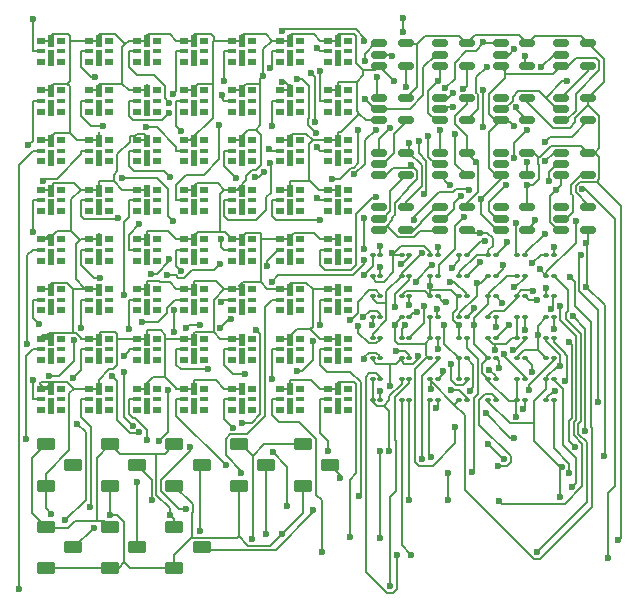
<source format=gbr>
%TF.GenerationSoftware,KiCad,Pcbnew,8.0.7*%
%TF.CreationDate,2025-01-04T02:12:22-08:00*%
%TF.ProjectId,PCB,5043422e-6b69-4636-9164-5f7063625858,rev?*%
%TF.SameCoordinates,Original*%
%TF.FileFunction,Copper,L1,Top*%
%TF.FilePolarity,Positive*%
%FSLAX46Y46*%
G04 Gerber Fmt 4.6, Leading zero omitted, Abs format (unit mm)*
G04 Created by KiCad (PCBNEW 8.0.7) date 2025-01-04 02:12:22*
%MOMM*%
%LPD*%
G01*
G04 APERTURE LIST*
G04 Aperture macros list*
%AMRoundRect*
0 Rectangle with rounded corners*
0 $1 Rounding radius*
0 $2 $3 $4 $5 $6 $7 $8 $9 X,Y pos of 4 corners*
0 Add a 4 corners polygon primitive as box body*
4,1,4,$2,$3,$4,$5,$6,$7,$8,$9,$2,$3,0*
0 Add four circle primitives for the rounded corners*
1,1,$1+$1,$2,$3*
1,1,$1+$1,$4,$5*
1,1,$1+$1,$6,$7*
1,1,$1+$1,$8,$9*
0 Add four rect primitives between the rounded corners*
20,1,$1+$1,$2,$3,$4,$5,0*
20,1,$1+$1,$4,$5,$6,$7,0*
20,1,$1+$1,$6,$7,$8,$9,0*
20,1,$1+$1,$8,$9,$2,$3,0*%
G04 Aperture macros list end*
%TA.AperFunction,SMDPad,CuDef*%
%ADD10R,0.800000X0.500000*%
%TD*%
%TA.AperFunction,SMDPad,CuDef*%
%ADD11R,0.500000X1.000000*%
%TD*%
%TA.AperFunction,SMDPad,CuDef*%
%ADD12R,0.800000X0.300000*%
%TD*%
%TA.AperFunction,SMDPad,CuDef*%
%ADD13R,0.500000X1.480000*%
%TD*%
%TA.AperFunction,SMDPad,CuDef*%
%ADD14RoundRect,0.150000X-0.512500X-0.150000X0.512500X-0.150000X0.512500X0.150000X-0.512500X0.150000X0*%
%TD*%
%TA.AperFunction,SMDPad,CuDef*%
%ADD15RoundRect,0.100000X-0.130000X-0.100000X0.130000X-0.100000X0.130000X0.100000X-0.130000X0.100000X0*%
%TD*%
%TA.AperFunction,SMDPad,CuDef*%
%ADD16RoundRect,0.250000X-0.550000X0.250000X-0.550000X-0.250000X0.550000X-0.250000X0.550000X0.250000X0*%
%TD*%
%TA.AperFunction,ViaPad*%
%ADD17C,0.600000*%
%TD*%
%TA.AperFunction,Conductor*%
%ADD18C,0.200000*%
%TD*%
G04 APERTURE END LIST*
D10*
%TO.P,D43,1,K*%
%TO.N,GND*%
X26565000Y-43470000D03*
D11*
X27415000Y-43540000D03*
D12*
%TO.P,D43,2,A*%
%TO.N,Net-(D43-A)*%
X26565000Y-44370000D03*
D10*
%TO.P,D43,3*%
%TO.N,N/C*%
X26565000Y-45270000D03*
%TO.P,D43,4*%
X28265000Y-45270000D03*
D12*
%TO.P,D43,5*%
X28265000Y-44370000D03*
D13*
%TO.P,D43,6*%
X27415000Y-44960000D03*
D10*
X28265000Y-43470000D03*
%TD*%
D14*
%TO.P,U1,1*%
%TO.N,Net-(U1-Pad1)*%
X51127500Y-18455000D03*
%TO.P,U1,2*%
%TO.N,Net-(U1-Pad2)*%
X51127500Y-19405000D03*
%TO.P,U1,3,GND*%
%TO.N,GND*%
X51127500Y-20355000D03*
%TO.P,U1,4*%
%TO.N,Net-(R1-Pad1)*%
X53402500Y-20355000D03*
%TO.P,U1,5,VCC*%
%TO.N,VCC*%
X53402500Y-18455000D03*
%TD*%
D15*
%TO.P,R9,1*%
%TO.N,Net-(R14-Pad1)*%
X53045000Y-36380000D03*
%TO.P,R9,2*%
%TO.N,Net-(D8-A)*%
X53685000Y-36380000D03*
%TD*%
%TO.P,R35,1*%
%TO.N,Net-(R1-Pad1)*%
X60395000Y-39880000D03*
%TO.P,R35,2*%
%TO.N,Net-(D34-A)*%
X61035000Y-39880000D03*
%TD*%
D14*
%TO.P,U7,1*%
%TO.N,Net-(SW3-B)*%
X56277500Y-27705000D03*
%TO.P,U7,2*%
%TO.N,Net-(SW4-B)*%
X56277500Y-28655000D03*
%TO.P,U7,3,GND*%
%TO.N,GND*%
X56277500Y-29605000D03*
%TO.P,U7,4*%
%TO.N,Net-(U6-Pad1)*%
X58552500Y-29605000D03*
%TO.P,U7,5,VCC*%
%TO.N,VCC*%
X58552500Y-27705000D03*
%TD*%
D10*
%TO.P,D10,1,K*%
%TO.N,GND*%
X34665000Y-22420000D03*
D11*
X35515000Y-22490000D03*
D12*
%TO.P,D10,2,A*%
%TO.N,Net-(D10-A)*%
X34665000Y-23320000D03*
D10*
%TO.P,D10,3*%
%TO.N,N/C*%
X34665000Y-24220000D03*
%TO.P,D10,4*%
X36365000Y-24220000D03*
D12*
%TO.P,D10,5*%
X36365000Y-23320000D03*
D13*
%TO.P,D10,6*%
X35515000Y-23910000D03*
D10*
X36365000Y-22420000D03*
%TD*%
D15*
%TO.P,R46,1*%
%TO.N,Net-(R12-Pad1)*%
X62845000Y-45130000D03*
%TO.P,R46,2*%
%TO.N,Net-(D45-A)*%
X63485000Y-45130000D03*
%TD*%
D10*
%TO.P,D21,1,K*%
%TO.N,GND*%
X22515000Y-30840000D03*
D11*
X23365000Y-30910000D03*
D12*
%TO.P,D21,2,A*%
%TO.N,Net-(D21-A)*%
X22515000Y-31740000D03*
D10*
%TO.P,D21,3*%
%TO.N,N/C*%
X22515000Y-32640000D03*
%TO.P,D21,4*%
X24215000Y-32640000D03*
D12*
%TO.P,D21,5*%
X24215000Y-31740000D03*
D13*
%TO.P,D21,6*%
X23365000Y-32330000D03*
D10*
X24215000Y-30840000D03*
%TD*%
%TO.P,D33,1,K*%
%TO.N,GND*%
X42765000Y-35050000D03*
D11*
X43615000Y-35120000D03*
D12*
%TO.P,D33,2,A*%
%TO.N,Net-(D33-A)*%
X42765000Y-35950000D03*
D10*
%TO.P,D33,3*%
%TO.N,N/C*%
X42765000Y-36850000D03*
%TO.P,D33,4*%
X44465000Y-36850000D03*
D12*
%TO.P,D33,5*%
X44465000Y-35950000D03*
D13*
%TO.P,D33,6*%
X43615000Y-36540000D03*
D10*
X44465000Y-35050000D03*
%TD*%
%TO.P,D4,1,K*%
%TO.N,GND*%
X38715000Y-18210000D03*
D11*
X39565000Y-18280000D03*
D12*
%TO.P,D4,2,A*%
%TO.N,Net-(D4-A)*%
X38715000Y-19110000D03*
D10*
%TO.P,D4,3*%
%TO.N,N/C*%
X38715000Y-20010000D03*
%TO.P,D4,4*%
X40415000Y-20010000D03*
D12*
%TO.P,D4,5*%
X40415000Y-19110000D03*
D13*
%TO.P,D4,6*%
X39565000Y-19700000D03*
D10*
X40415000Y-18210000D03*
%TD*%
%TO.P,D40,1,K*%
%TO.N,GND*%
X42765000Y-39260000D03*
D11*
X43615000Y-39330000D03*
D12*
%TO.P,D40,2,A*%
%TO.N,Net-(D40-A)*%
X42765000Y-40160000D03*
D10*
%TO.P,D40,3*%
%TO.N,N/C*%
X42765000Y-41060000D03*
%TO.P,D40,4*%
X44465000Y-41060000D03*
D12*
%TO.P,D40,5*%
X44465000Y-40160000D03*
D13*
%TO.P,D40,6*%
X43615000Y-40750000D03*
D10*
X44465000Y-39260000D03*
%TD*%
%TO.P,D44,1,K*%
%TO.N,GND*%
X30615000Y-43470000D03*
D11*
X31465000Y-43540000D03*
D12*
%TO.P,D44,2,A*%
%TO.N,Net-(D44-A)*%
X30615000Y-44370000D03*
D10*
%TO.P,D44,3*%
%TO.N,N/C*%
X30615000Y-45270000D03*
%TO.P,D44,4*%
X32315000Y-45270000D03*
D12*
%TO.P,D44,5*%
X32315000Y-44370000D03*
D13*
%TO.P,D44,6*%
X31465000Y-44960000D03*
D10*
X32315000Y-43470000D03*
%TD*%
D16*
%TO.P,SW0,1,C*%
%TO.N,VCC*%
X22915000Y-52410000D03*
%TO.P,SW0,2,B*%
%TO.N,Net-(SW0-B)*%
X25215000Y-54160000D03*
%TO.P,SW0,3,A*%
%TO.N,GND*%
X22915000Y-55910000D03*
%TD*%
D15*
%TO.P,R15,1*%
%TO.N,Net-(R1-Pad1)*%
X53045000Y-46880000D03*
%TO.P,R15,2*%
%TO.N,Net-(D14-A)*%
X53685000Y-46880000D03*
%TD*%
D10*
%TO.P,D23,1,K*%
%TO.N,GND*%
X30615000Y-30840000D03*
D11*
X31465000Y-30910000D03*
D12*
%TO.P,D23,2,A*%
%TO.N,Net-(D23-A)*%
X30615000Y-31740000D03*
D10*
%TO.P,D23,3*%
%TO.N,N/C*%
X30615000Y-32640000D03*
%TO.P,D23,4*%
X32315000Y-32640000D03*
D12*
%TO.P,D23,5*%
X32315000Y-31740000D03*
D13*
%TO.P,D23,6*%
X31465000Y-32330000D03*
D10*
X32315000Y-30840000D03*
%TD*%
D15*
%TO.P,R6,1*%
%TO.N,Net-(R14-Pad1)*%
X50595000Y-45130000D03*
%TO.P,R6,2*%
%TO.N,Net-(D5-A)*%
X51235000Y-45130000D03*
%TD*%
D14*
%TO.P,U12,1,NC*%
%TO.N,unconnected-(U12-NC-Pad1)*%
X61427500Y-32330000D03*
%TO.P,U12,2*%
%TO.N,Net-(U12-Pad2)*%
X61427500Y-33280000D03*
%TO.P,U12,3,GND*%
%TO.N,GND*%
X61427500Y-34230000D03*
%TO.P,U12,4*%
%TO.N,Net-(R14-Pad1)*%
X63702500Y-34230000D03*
%TO.P,U12,5,VCC*%
%TO.N,VCC*%
X63702500Y-32330000D03*
%TD*%
D15*
%TO.P,R17,1*%
%TO.N,Net-(R14-Pad1)*%
X55495000Y-36380000D03*
%TO.P,R17,2*%
%TO.N,Net-(D16-A)*%
X56135000Y-36380000D03*
%TD*%
D10*
%TO.P,D50,1,K*%
%TO.N,GND*%
X26565000Y-47680000D03*
D11*
X27415000Y-47750000D03*
D12*
%TO.P,D50,2,A*%
%TO.N,Net-(D50-A)*%
X26565000Y-48580000D03*
D10*
%TO.P,D50,3*%
%TO.N,N/C*%
X26565000Y-49480000D03*
%TO.P,D50,4*%
X28265000Y-49480000D03*
D12*
%TO.P,D50,5*%
X28265000Y-48580000D03*
D13*
%TO.P,D50,6*%
X27415000Y-49170000D03*
D10*
X28265000Y-47680000D03*
%TD*%
D14*
%TO.P,U5,1,NC*%
%TO.N,unconnected-(U5-NC-Pad1)*%
X56277500Y-18455000D03*
%TO.P,U5,2*%
%TO.N,Net-(SW5-B)*%
X56277500Y-19405000D03*
%TO.P,U5,3,GND*%
%TO.N,GND*%
X56277500Y-20355000D03*
%TO.P,U5,4*%
%TO.N,Net-(U15-Pad1)*%
X58552500Y-20355000D03*
%TO.P,U5,5,VCC*%
%TO.N,VCC*%
X58552500Y-18455000D03*
%TD*%
D10*
%TO.P,D53,1,K*%
%TO.N,GND*%
X38715000Y-47680000D03*
D11*
X39565000Y-47750000D03*
D12*
%TO.P,D53,2,A*%
%TO.N,Net-(D53-A)*%
X38715000Y-48580000D03*
D10*
%TO.P,D53,3*%
%TO.N,N/C*%
X38715000Y-49480000D03*
%TO.P,D53,4*%
X40415000Y-49480000D03*
D12*
%TO.P,D53,5*%
X40415000Y-48580000D03*
D13*
%TO.P,D53,6*%
X39565000Y-49170000D03*
D10*
X40415000Y-47680000D03*
%TD*%
D16*
%TO.P,SW7,1,C*%
%TO.N,VCC*%
X33815000Y-59360000D03*
%TO.P,SW7,2,B*%
%TO.N,Net-(SW7-B)*%
X36115000Y-61110000D03*
%TO.P,SW7,3,A*%
%TO.N,GND*%
X33815000Y-62860000D03*
%TD*%
D15*
%TO.P,R55,1*%
%TO.N,Net-(R10-Pad1)*%
X65295000Y-46880000D03*
%TO.P,R55,2*%
%TO.N,Net-(D54-A)*%
X65935000Y-46880000D03*
%TD*%
D10*
%TO.P,D7,1,K*%
%TO.N,GND*%
X22515000Y-22420000D03*
D11*
X23365000Y-22490000D03*
D12*
%TO.P,D7,2,A*%
%TO.N,Net-(D7-A)*%
X22515000Y-23320000D03*
D10*
%TO.P,D7,3*%
%TO.N,N/C*%
X22515000Y-24220000D03*
%TO.P,D7,4*%
X24215000Y-24220000D03*
D12*
%TO.P,D7,5*%
X24215000Y-23320000D03*
D13*
%TO.P,D7,6*%
X23365000Y-23910000D03*
D10*
X24215000Y-22420000D03*
%TD*%
D15*
%TO.P,R2,1*%
%TO.N,Net-(R14-Pad1)*%
X50595000Y-38130000D03*
%TO.P,R2,2*%
%TO.N,Net-(D1-A)*%
X51235000Y-38130000D03*
%TD*%
D10*
%TO.P,D42,1,K*%
%TO.N,GND*%
X22515000Y-43470000D03*
D11*
X23365000Y-43540000D03*
D12*
%TO.P,D42,2,A*%
%TO.N,Net-(D42-A)*%
X22515000Y-44370000D03*
D10*
%TO.P,D42,3*%
%TO.N,N/C*%
X22515000Y-45270000D03*
%TO.P,D42,4*%
X24215000Y-45270000D03*
D12*
%TO.P,D42,5*%
X24215000Y-44370000D03*
D13*
%TO.P,D42,6*%
X23365000Y-44960000D03*
D10*
X24215000Y-43470000D03*
%TD*%
D15*
%TO.P,R1,1*%
%TO.N,Net-(R1-Pad1)*%
X50595000Y-36380000D03*
%TO.P,R1,2*%
%TO.N,Net-(D0-A)*%
X51235000Y-36380000D03*
%TD*%
%TO.P,R45,1*%
%TO.N,Net-(R14-Pad1)*%
X62845000Y-43380000D03*
%TO.P,R45,2*%
%TO.N,Net-(D44-A)*%
X63485000Y-43380000D03*
%TD*%
D10*
%TO.P,D24,1,K*%
%TO.N,GND*%
X34665000Y-30840000D03*
D11*
X35515000Y-30910000D03*
D12*
%TO.P,D24,2,A*%
%TO.N,Net-(D24-A)*%
X34665000Y-31740000D03*
D10*
%TO.P,D24,3*%
%TO.N,N/C*%
X34665000Y-32640000D03*
%TO.P,D24,4*%
X36365000Y-32640000D03*
D12*
%TO.P,D24,5*%
X36365000Y-31740000D03*
D13*
%TO.P,D24,6*%
X35515000Y-32330000D03*
D10*
X36365000Y-30840000D03*
%TD*%
D15*
%TO.P,R24,1*%
%TO.N,Net-(R1-Pad1)*%
X55495000Y-48630000D03*
%TO.P,R24,2*%
%TO.N,Net-(D23-A)*%
X56135000Y-48630000D03*
%TD*%
D10*
%TO.P,D6,1,K*%
%TO.N,GND*%
X46815000Y-18210000D03*
D11*
X47665000Y-18280000D03*
D12*
%TO.P,D6,2,A*%
%TO.N,Net-(D6-A)*%
X46815000Y-19110000D03*
D10*
%TO.P,D6,3*%
%TO.N,N/C*%
X46815000Y-20010000D03*
%TO.P,D6,4*%
X48515000Y-20010000D03*
D12*
%TO.P,D6,5*%
X48515000Y-19110000D03*
D13*
%TO.P,D6,6*%
X47665000Y-19700000D03*
D10*
X48515000Y-18210000D03*
%TD*%
%TO.P,D11,1,K*%
%TO.N,GND*%
X38715000Y-22420000D03*
D11*
X39565000Y-22490000D03*
D12*
%TO.P,D11,2,A*%
%TO.N,Net-(D11-A)*%
X38715000Y-23320000D03*
D10*
%TO.P,D11,3*%
%TO.N,N/C*%
X38715000Y-24220000D03*
%TO.P,D11,4*%
X40415000Y-24220000D03*
D12*
%TO.P,D11,5*%
X40415000Y-23320000D03*
D13*
%TO.P,D11,6*%
X39565000Y-23910000D03*
D10*
X40415000Y-22420000D03*
%TD*%
D15*
%TO.P,R37,1*%
%TO.N,Net-(R14-Pad1)*%
X60395000Y-43380000D03*
%TO.P,R37,2*%
%TO.N,Net-(D36-A)*%
X61035000Y-43380000D03*
%TD*%
D10*
%TO.P,D17,1,K*%
%TO.N,GND*%
X34665000Y-26630000D03*
D11*
X35515000Y-26700000D03*
D12*
%TO.P,D17,2,A*%
%TO.N,Net-(D17-A)*%
X34665000Y-27530000D03*
D10*
%TO.P,D17,3*%
%TO.N,N/C*%
X34665000Y-28430000D03*
%TO.P,D17,4*%
X36365000Y-28430000D03*
D12*
%TO.P,D17,5*%
X36365000Y-27530000D03*
D13*
%TO.P,D17,6*%
X35515000Y-28120000D03*
D10*
X36365000Y-26630000D03*
%TD*%
D15*
%TO.P,R20,1*%
%TO.N,Net-(R12-Pad1)*%
X55495000Y-41630000D03*
%TO.P,R20,2*%
%TO.N,Net-(D19-A)*%
X56135000Y-41630000D03*
%TD*%
%TO.P,R16,1*%
%TO.N,Net-(R10-Pad1)*%
X53045000Y-48630000D03*
%TO.P,R16,2*%
%TO.N,Net-(D15-A)*%
X53685000Y-48630000D03*
%TD*%
D10*
%TO.P,D12,1,K*%
%TO.N,GND*%
X42765000Y-22420000D03*
D11*
X43615000Y-22490000D03*
D12*
%TO.P,D12,2,A*%
%TO.N,Net-(D12-A)*%
X42765000Y-23320000D03*
D10*
%TO.P,D12,3*%
%TO.N,N/C*%
X42765000Y-24220000D03*
%TO.P,D12,4*%
X44465000Y-24220000D03*
D12*
%TO.P,D12,5*%
X44465000Y-23320000D03*
D13*
%TO.P,D12,6*%
X43615000Y-23910000D03*
D10*
X44465000Y-22420000D03*
%TD*%
D16*
%TO.P,SW4,1,C*%
%TO.N,VCC*%
X44715000Y-52410000D03*
%TO.P,SW4,2,B*%
%TO.N,Net-(SW4-B)*%
X47015000Y-54160000D03*
%TO.P,SW4,3,A*%
%TO.N,GND*%
X44715000Y-55910000D03*
%TD*%
D15*
%TO.P,R27,1*%
%TO.N,Net-(R1-Pad1)*%
X57945000Y-39880000D03*
%TO.P,R27,2*%
%TO.N,Net-(D26-A)*%
X58585000Y-39880000D03*
%TD*%
D10*
%TO.P,D37,1,K*%
%TO.N,GND*%
X30615000Y-39260000D03*
D11*
X31465000Y-39330000D03*
D12*
%TO.P,D37,2,A*%
%TO.N,Net-(D37-A)*%
X30615000Y-40160000D03*
D10*
%TO.P,D37,3*%
%TO.N,N/C*%
X30615000Y-41060000D03*
%TO.P,D37,4*%
X32315000Y-41060000D03*
D12*
%TO.P,D37,5*%
X32315000Y-40160000D03*
D13*
%TO.P,D37,6*%
X31465000Y-40750000D03*
D10*
X32315000Y-39260000D03*
%TD*%
%TO.P,D34,1,K*%
%TO.N,GND*%
X46815000Y-35050000D03*
D11*
X47665000Y-35120000D03*
D12*
%TO.P,D34,2,A*%
%TO.N,Net-(D34-A)*%
X46815000Y-35950000D03*
D10*
%TO.P,D34,3*%
%TO.N,N/C*%
X46815000Y-36850000D03*
%TO.P,D34,4*%
X48515000Y-36850000D03*
D12*
%TO.P,D34,5*%
X48515000Y-35950000D03*
D13*
%TO.P,D34,6*%
X47665000Y-36540000D03*
D10*
X48515000Y-35050000D03*
%TD*%
D15*
%TO.P,R7,1*%
%TO.N,Net-(R1-Pad1)*%
X50595000Y-46880000D03*
%TO.P,R7,2*%
%TO.N,Net-(D6-A)*%
X51235000Y-46880000D03*
%TD*%
D10*
%TO.P,D15,1,K*%
%TO.N,GND*%
X26565000Y-26630000D03*
D11*
X27415000Y-26700000D03*
D12*
%TO.P,D15,2,A*%
%TO.N,Net-(D15-A)*%
X26565000Y-27530000D03*
D10*
%TO.P,D15,3*%
%TO.N,N/C*%
X26565000Y-28430000D03*
%TO.P,D15,4*%
X28265000Y-28430000D03*
D12*
%TO.P,D15,5*%
X28265000Y-27530000D03*
D13*
%TO.P,D15,6*%
X27415000Y-28120000D03*
D10*
X28265000Y-26630000D03*
%TD*%
%TO.P,D25,1,K*%
%TO.N,GND*%
X38715000Y-30840000D03*
D11*
X39565000Y-30910000D03*
D12*
%TO.P,D25,2,A*%
%TO.N,Net-(D25-A)*%
X38715000Y-31740000D03*
D10*
%TO.P,D25,3*%
%TO.N,N/C*%
X38715000Y-32640000D03*
%TO.P,D25,4*%
X40415000Y-32640000D03*
D12*
%TO.P,D25,5*%
X40415000Y-31740000D03*
D13*
%TO.P,D25,6*%
X39565000Y-32330000D03*
D10*
X40415000Y-30840000D03*
%TD*%
D15*
%TO.P,R22,1*%
%TO.N,Net-(R12-Pad1)*%
X55495000Y-45130000D03*
%TO.P,R22,2*%
%TO.N,Net-(D21-A)*%
X56135000Y-45130000D03*
%TD*%
D10*
%TO.P,D49,1,K*%
%TO.N,GND*%
X22515000Y-47680000D03*
D11*
X23365000Y-47750000D03*
D12*
%TO.P,D49,2,A*%
%TO.N,Net-(D49-A)*%
X22515000Y-48580000D03*
D10*
%TO.P,D49,3*%
%TO.N,N/C*%
X22515000Y-49480000D03*
%TO.P,D49,4*%
X24215000Y-49480000D03*
D12*
%TO.P,D49,5*%
X24215000Y-48580000D03*
D13*
%TO.P,D49,6*%
X23365000Y-49170000D03*
D10*
X24215000Y-47680000D03*
%TD*%
D15*
%TO.P,R28,1*%
%TO.N,Net-(R14-Pad1)*%
X57945000Y-41630000D03*
%TO.P,R28,2*%
%TO.N,Net-(D27-A)*%
X58585000Y-41630000D03*
%TD*%
%TO.P,R5,1*%
%TO.N,Net-(R10-Pad1)*%
X50595000Y-43380000D03*
%TO.P,R5,2*%
%TO.N,Net-(D4-A)*%
X51235000Y-43380000D03*
%TD*%
%TO.P,R43,1*%
%TO.N,Net-(R12-Pad1)*%
X62845000Y-39880000D03*
%TO.P,R43,2*%
%TO.N,Net-(D42-A)*%
X63485000Y-39880000D03*
%TD*%
%TO.P,R38,1*%
%TO.N,Net-(R1-Pad1)*%
X60395000Y-45130000D03*
%TO.P,R38,2*%
%TO.N,Net-(D37-A)*%
X61035000Y-45130000D03*
%TD*%
D16*
%TO.P,SW2,1,C*%
%TO.N,VCC*%
X33815000Y-52410000D03*
%TO.P,SW2,2,B*%
%TO.N,Net-(SW2-B)*%
X36115000Y-54160000D03*
%TO.P,SW2,3,A*%
%TO.N,GND*%
X33815000Y-55910000D03*
%TD*%
D15*
%TO.P,R44,1*%
%TO.N,Net-(R14-Pad1)*%
X62845000Y-41630000D03*
%TO.P,R44,2*%
%TO.N,Net-(D43-A)*%
X63485000Y-41630000D03*
%TD*%
%TO.P,R50,1*%
%TO.N,Net-(R1-Pad1)*%
X65295000Y-38130000D03*
%TO.P,R50,2*%
%TO.N,Net-(D49-A)*%
X65935000Y-38130000D03*
%TD*%
D10*
%TO.P,D46,1,K*%
%TO.N,GND*%
X38715000Y-43470000D03*
D11*
X39565000Y-43540000D03*
D12*
%TO.P,D46,2,A*%
%TO.N,Net-(D46-A)*%
X38715000Y-44370000D03*
D10*
%TO.P,D46,3*%
%TO.N,N/C*%
X38715000Y-45270000D03*
%TO.P,D46,4*%
X40415000Y-45270000D03*
D12*
%TO.P,D46,5*%
X40415000Y-44370000D03*
D13*
%TO.P,D46,6*%
X39565000Y-44960000D03*
D10*
X40415000Y-43470000D03*
%TD*%
D14*
%TO.P,U10,1,NC*%
%TO.N,unconnected-(U10-NC-Pad1)*%
X61427500Y-23080000D03*
%TO.P,U10,2*%
%TO.N,Net-(SW1-B)*%
X61427500Y-24030000D03*
%TO.P,U10,3,GND*%
%TO.N,GND*%
X61427500Y-24980000D03*
%TO.P,U10,4*%
%TO.N,Net-(U1-Pad1)*%
X63702500Y-24980000D03*
%TO.P,U10,5,VCC*%
%TO.N,VCC*%
X63702500Y-23080000D03*
%TD*%
%TO.P,U9,1*%
%TO.N,Net-(SW3-B)*%
X61427500Y-18455000D03*
%TO.P,U9,2*%
%TO.N,Net-(SW7-B)*%
X61427500Y-19405000D03*
%TO.P,U9,3,GND*%
%TO.N,GND*%
X61427500Y-20355000D03*
%TO.P,U9,4*%
%TO.N,Net-(U1-Pad2)*%
X63702500Y-20355000D03*
%TO.P,U9,5,VCC*%
%TO.N,VCC*%
X63702500Y-18455000D03*
%TD*%
D15*
%TO.P,R8,1*%
%TO.N,Net-(R1-Pad1)*%
X50595000Y-48630000D03*
%TO.P,R8,2*%
%TO.N,Net-(D7-A)*%
X51235000Y-48630000D03*
%TD*%
D14*
%TO.P,U3,1*%
%TO.N,Net-(SW3-B)*%
X51127500Y-27705000D03*
%TO.P,U3,2*%
%TO.N,Net-(U2-Pad4)*%
X51127500Y-28655000D03*
%TO.P,U3,3,GND*%
%TO.N,GND*%
X51127500Y-29605000D03*
%TO.P,U3,4*%
%TO.N,Net-(U3-Pad4)*%
X53402500Y-29605000D03*
%TO.P,U3,5,VCC*%
%TO.N,VCC*%
X53402500Y-27705000D03*
%TD*%
D10*
%TO.P,D9,1,K*%
%TO.N,GND*%
X30615000Y-22420000D03*
D11*
X31465000Y-22490000D03*
D12*
%TO.P,D9,2,A*%
%TO.N,Net-(D9-A)*%
X30615000Y-23320000D03*
D10*
%TO.P,D9,3*%
%TO.N,N/C*%
X30615000Y-24220000D03*
%TO.P,D9,4*%
X32315000Y-24220000D03*
D12*
%TO.P,D9,5*%
X32315000Y-23320000D03*
D13*
%TO.P,D9,6*%
X31465000Y-23910000D03*
D10*
X32315000Y-22420000D03*
%TD*%
%TO.P,D35,1,K*%
%TO.N,GND*%
X22515000Y-39260000D03*
D11*
X23365000Y-39330000D03*
D12*
%TO.P,D35,2,A*%
%TO.N,Net-(D35-A)*%
X22515000Y-40160000D03*
D10*
%TO.P,D35,3*%
%TO.N,N/C*%
X22515000Y-41060000D03*
%TO.P,D35,4*%
X24215000Y-41060000D03*
D12*
%TO.P,D35,5*%
X24215000Y-40160000D03*
D13*
%TO.P,D35,6*%
X23365000Y-40750000D03*
D10*
X24215000Y-39260000D03*
%TD*%
%TO.P,D26,1,K*%
%TO.N,GND*%
X42765000Y-30840000D03*
D11*
X43615000Y-30910000D03*
D12*
%TO.P,D26,2,A*%
%TO.N,Net-(D26-A)*%
X42765000Y-31740000D03*
D10*
%TO.P,D26,3*%
%TO.N,N/C*%
X42765000Y-32640000D03*
%TO.P,D26,4*%
X44465000Y-32640000D03*
D12*
%TO.P,D26,5*%
X44465000Y-31740000D03*
D13*
%TO.P,D26,6*%
X43615000Y-32330000D03*
D10*
X44465000Y-30840000D03*
%TD*%
%TO.P,D14,1,K*%
%TO.N,GND*%
X22515000Y-26630000D03*
D11*
X23365000Y-26700000D03*
D12*
%TO.P,D14,2,A*%
%TO.N,Net-(D14-A)*%
X22515000Y-27530000D03*
D10*
%TO.P,D14,3*%
%TO.N,N/C*%
X22515000Y-28430000D03*
%TO.P,D14,4*%
X24215000Y-28430000D03*
D12*
%TO.P,D14,5*%
X24215000Y-27530000D03*
D13*
%TO.P,D14,6*%
X23365000Y-28120000D03*
D10*
X24215000Y-26630000D03*
%TD*%
%TO.P,D48,1,K*%
%TO.N,GND*%
X46815000Y-43470000D03*
D11*
X47665000Y-43540000D03*
D12*
%TO.P,D48,2,A*%
%TO.N,Net-(D48-A)*%
X46815000Y-44370000D03*
D10*
%TO.P,D48,3*%
%TO.N,N/C*%
X46815000Y-45270000D03*
%TO.P,D48,4*%
X48515000Y-45270000D03*
D12*
%TO.P,D48,5*%
X48515000Y-44370000D03*
D13*
%TO.P,D48,6*%
X47665000Y-44960000D03*
D10*
X48515000Y-43470000D03*
%TD*%
%TO.P,D20,1,K*%
%TO.N,GND*%
X46815000Y-26630000D03*
D11*
X47665000Y-26700000D03*
D12*
%TO.P,D20,2,A*%
%TO.N,Net-(D20-A)*%
X46815000Y-27530000D03*
D10*
%TO.P,D20,3*%
%TO.N,N/C*%
X46815000Y-28430000D03*
%TO.P,D20,4*%
X48515000Y-28430000D03*
D12*
%TO.P,D20,5*%
X48515000Y-27530000D03*
D13*
%TO.P,D20,6*%
X47665000Y-28120000D03*
D10*
X48515000Y-26630000D03*
%TD*%
D15*
%TO.P,R32,1*%
%TO.N,Net-(R14-Pad1)*%
X57945000Y-48630000D03*
%TO.P,R32,2*%
%TO.N,Net-(D31-A)*%
X58585000Y-48630000D03*
%TD*%
D10*
%TO.P,D3,1,K*%
%TO.N,GND*%
X34665000Y-18210000D03*
D11*
X35515000Y-18280000D03*
D12*
%TO.P,D3,2,A*%
%TO.N,Net-(D3-A)*%
X34665000Y-19110000D03*
D10*
%TO.P,D3,3*%
%TO.N,N/C*%
X34665000Y-20010000D03*
%TO.P,D3,4*%
X36365000Y-20010000D03*
D12*
%TO.P,D3,5*%
X36365000Y-19110000D03*
D13*
%TO.P,D3,6*%
X35515000Y-19700000D03*
D10*
X36365000Y-18210000D03*
%TD*%
%TO.P,D54,1,K*%
%TO.N,GND*%
X42765000Y-47680000D03*
D11*
X43615000Y-47750000D03*
D12*
%TO.P,D54,2,A*%
%TO.N,Net-(D54-A)*%
X42765000Y-48580000D03*
D10*
%TO.P,D54,3*%
%TO.N,N/C*%
X42765000Y-49480000D03*
%TO.P,D54,4*%
X44465000Y-49480000D03*
D12*
%TO.P,D54,5*%
X44465000Y-48580000D03*
D13*
%TO.P,D54,6*%
X43615000Y-49170000D03*
D10*
X44465000Y-47680000D03*
%TD*%
D15*
%TO.P,R11,1*%
%TO.N,Net-(R1-Pad1)*%
X53045000Y-39880000D03*
%TO.P,R11,2*%
%TO.N,Net-(D10-A)*%
X53685000Y-39880000D03*
%TD*%
D10*
%TO.P,D1,1,K*%
%TO.N,GND*%
X26565000Y-18210000D03*
D11*
X27415000Y-18280000D03*
D12*
%TO.P,D1,2,A*%
%TO.N,Net-(D1-A)*%
X26565000Y-19110000D03*
D10*
%TO.P,D1,3*%
%TO.N,N/C*%
X26565000Y-20010000D03*
%TO.P,D1,4*%
X28265000Y-20010000D03*
D12*
%TO.P,D1,5*%
X28265000Y-19110000D03*
D13*
%TO.P,D1,6*%
X27415000Y-19700000D03*
D10*
X28265000Y-18210000D03*
%TD*%
D14*
%TO.P,U4,1,NC*%
%TO.N,unconnected-(U4-NC-Pad1)*%
X51127500Y-32330000D03*
%TO.P,U4,2*%
%TO.N,Net-(U3-Pad4)*%
X51127500Y-33280000D03*
%TO.P,U4,3,GND*%
%TO.N,GND*%
X51127500Y-34230000D03*
%TO.P,U4,4*%
%TO.N,Net-(U4-Pad4)*%
X53402500Y-34230000D03*
%TO.P,U4,5,VCC*%
%TO.N,VCC*%
X53402500Y-32330000D03*
%TD*%
D10*
%TO.P,D51,1,K*%
%TO.N,GND*%
X30615000Y-47680000D03*
D11*
X31465000Y-47750000D03*
D12*
%TO.P,D51,2,A*%
%TO.N,Net-(D51-A)*%
X30615000Y-48580000D03*
D10*
%TO.P,D51,3*%
%TO.N,N/C*%
X30615000Y-49480000D03*
%TO.P,D51,4*%
X32315000Y-49480000D03*
D12*
%TO.P,D51,5*%
X32315000Y-48580000D03*
D13*
%TO.P,D51,6*%
X31465000Y-49170000D03*
D10*
X32315000Y-47680000D03*
%TD*%
D15*
%TO.P,R25,1*%
%TO.N,Net-(R10-Pad1)*%
X57945000Y-36380000D03*
%TO.P,R25,2*%
%TO.N,Net-(D24-A)*%
X58585000Y-36380000D03*
%TD*%
D16*
%TO.P,SW1,1,C*%
%TO.N,VCC*%
X28365000Y-52410000D03*
%TO.P,SW1,2,B*%
%TO.N,Net-(SW1-B)*%
X30665000Y-54160000D03*
%TO.P,SW1,3,A*%
%TO.N,GND*%
X28365000Y-55910000D03*
%TD*%
D14*
%TO.P,U14,1*%
%TO.N,Net-(U13-Pad4)*%
X66577500Y-23080000D03*
%TO.P,U14,2*%
%TO.N,Net-(SW1-B)*%
X66577500Y-24030000D03*
%TO.P,U14,3,GND*%
%TO.N,GND*%
X66577500Y-24980000D03*
%TO.P,U14,4*%
%TO.N,Net-(U12-Pad2)*%
X68852500Y-24980000D03*
%TO.P,U14,5,VCC*%
%TO.N,VCC*%
X68852500Y-23080000D03*
%TD*%
D15*
%TO.P,R54,1*%
%TO.N,Net-(R12-Pad1)*%
X65295000Y-45130000D03*
%TO.P,R54,2*%
%TO.N,Net-(D53-A)*%
X65935000Y-45130000D03*
%TD*%
D10*
%TO.P,D19,1,K*%
%TO.N,GND*%
X42765000Y-26630000D03*
D11*
X43615000Y-26700000D03*
D12*
%TO.P,D19,2,A*%
%TO.N,Net-(D19-A)*%
X42765000Y-27530000D03*
D10*
%TO.P,D19,3*%
%TO.N,N/C*%
X42765000Y-28430000D03*
%TO.P,D19,4*%
X44465000Y-28430000D03*
D12*
%TO.P,D19,5*%
X44465000Y-27530000D03*
D13*
%TO.P,D19,6*%
X43615000Y-28120000D03*
D10*
X44465000Y-26630000D03*
%TD*%
%TO.P,D16,1,K*%
%TO.N,GND*%
X30615000Y-26630000D03*
D11*
X31465000Y-26700000D03*
D12*
%TO.P,D16,2,A*%
%TO.N,Net-(D16-A)*%
X30615000Y-27530000D03*
D10*
%TO.P,D16,3*%
%TO.N,N/C*%
X30615000Y-28430000D03*
%TO.P,D16,4*%
X32315000Y-28430000D03*
D12*
%TO.P,D16,5*%
X32315000Y-27530000D03*
D13*
%TO.P,D16,6*%
X31465000Y-28120000D03*
D10*
X32315000Y-26630000D03*
%TD*%
D15*
%TO.P,R51,1*%
%TO.N,Net-(R10-Pad1)*%
X65295000Y-39880000D03*
%TO.P,R51,2*%
%TO.N,Net-(D50-A)*%
X65935000Y-39880000D03*
%TD*%
%TO.P,R3,1*%
%TO.N,Net-(R10-Pad1)*%
X50595000Y-39880000D03*
%TO.P,R3,2*%
%TO.N,Net-(D2-A)*%
X51235000Y-39880000D03*
%TD*%
%TO.P,R47,1*%
%TO.N,Net-(R1-Pad1)*%
X62845000Y-46880000D03*
%TO.P,R47,2*%
%TO.N,Net-(D46-A)*%
X63485000Y-46880000D03*
%TD*%
%TO.P,R34,1*%
%TO.N,Net-(R14-Pad1)*%
X60395000Y-38130000D03*
%TO.P,R34,2*%
%TO.N,Net-(D33-A)*%
X61035000Y-38130000D03*
%TD*%
D10*
%TO.P,D2,1,K*%
%TO.N,GND*%
X30615000Y-18210000D03*
D11*
X31465000Y-18280000D03*
D12*
%TO.P,D2,2,A*%
%TO.N,Net-(D2-A)*%
X30615000Y-19110000D03*
D10*
%TO.P,D2,3*%
%TO.N,N/C*%
X30615000Y-20010000D03*
%TO.P,D2,4*%
X32315000Y-20010000D03*
D12*
%TO.P,D2,5*%
X32315000Y-19110000D03*
D13*
%TO.P,D2,6*%
X31465000Y-19700000D03*
D10*
X32315000Y-18210000D03*
%TD*%
D15*
%TO.P,R39,1*%
%TO.N,Net-(R1-Pad1)*%
X60395000Y-46880000D03*
%TO.P,R39,2*%
%TO.N,Net-(D38-A)*%
X61035000Y-46880000D03*
%TD*%
D14*
%TO.P,U11,1,NC*%
%TO.N,unconnected-(U11-NC-Pad1)*%
X61427500Y-27705000D03*
%TO.P,U11,2*%
%TO.N,Net-(SW0-B)*%
X61427500Y-28655000D03*
%TO.P,U11,3,GND*%
%TO.N,GND*%
X61427500Y-29605000D03*
%TO.P,U11,4*%
%TO.N,Net-(U11-Pad4)*%
X63702500Y-29605000D03*
%TO.P,U11,5,VCC*%
%TO.N,VCC*%
X63702500Y-27705000D03*
%TD*%
D10*
%TO.P,D0,1,K*%
%TO.N,GND*%
X22515000Y-18210000D03*
D11*
X23365000Y-18280000D03*
D12*
%TO.P,D0,2,A*%
%TO.N,Net-(D0-A)*%
X22515000Y-19110000D03*
D10*
%TO.P,D0,3*%
%TO.N,N/C*%
X22515000Y-20010000D03*
%TO.P,D0,4*%
X24215000Y-20010000D03*
D12*
%TO.P,D0,5*%
X24215000Y-19110000D03*
D13*
%TO.P,D0,6*%
X23365000Y-19700000D03*
D10*
X24215000Y-18210000D03*
%TD*%
D15*
%TO.P,R14,1*%
%TO.N,Net-(R14-Pad1)*%
X53045000Y-45130000D03*
%TO.P,R14,2*%
%TO.N,Net-(D13-A)*%
X53685000Y-45130000D03*
%TD*%
%TO.P,R36,1*%
%TO.N,Net-(R12-Pad1)*%
X60395000Y-41630000D03*
%TO.P,R36,2*%
%TO.N,Net-(D35-A)*%
X61035000Y-41630000D03*
%TD*%
D10*
%TO.P,D28,1,K*%
%TO.N,GND*%
X22515000Y-35050000D03*
D11*
X23365000Y-35120000D03*
D12*
%TO.P,D28,2,A*%
%TO.N,Net-(D28-A)*%
X22515000Y-35950000D03*
D10*
%TO.P,D28,3*%
%TO.N,N/C*%
X22515000Y-36850000D03*
%TO.P,D28,4*%
X24215000Y-36850000D03*
D12*
%TO.P,D28,5*%
X24215000Y-35950000D03*
D13*
%TO.P,D28,6*%
X23365000Y-36540000D03*
D10*
X24215000Y-35050000D03*
%TD*%
D14*
%TO.P,U15,1*%
%TO.N,Net-(U15-Pad1)*%
X66577500Y-27705000D03*
%TO.P,U15,2*%
%TO.N,Net-(SW2-B)*%
X66577500Y-28655000D03*
%TO.P,U15,3,GND*%
%TO.N,GND*%
X66577500Y-29605000D03*
%TO.P,U15,4*%
%TO.N,Net-(U15-Pad4)*%
X68852500Y-29605000D03*
%TO.P,U15,5,VCC*%
%TO.N,VCC*%
X68852500Y-27705000D03*
%TD*%
D10*
%TO.P,D22,1,K*%
%TO.N,GND*%
X26565000Y-30840000D03*
D11*
X27415000Y-30910000D03*
D12*
%TO.P,D22,2,A*%
%TO.N,Net-(D22-A)*%
X26565000Y-31740000D03*
D10*
%TO.P,D22,3*%
%TO.N,N/C*%
X26565000Y-32640000D03*
%TO.P,D22,4*%
X28265000Y-32640000D03*
D12*
%TO.P,D22,5*%
X28265000Y-31740000D03*
D13*
%TO.P,D22,6*%
X27415000Y-32330000D03*
D10*
X28265000Y-30840000D03*
%TD*%
D15*
%TO.P,R49,1*%
%TO.N,Net-(R12-Pad1)*%
X65295000Y-36380000D03*
%TO.P,R49,2*%
%TO.N,Net-(D48-A)*%
X65935000Y-36380000D03*
%TD*%
D10*
%TO.P,D13,1,K*%
%TO.N,GND*%
X46815000Y-22420000D03*
D11*
X47665000Y-22490000D03*
D12*
%TO.P,D13,2,A*%
%TO.N,Net-(D13-A)*%
X46815000Y-23320000D03*
D10*
%TO.P,D13,3*%
%TO.N,N/C*%
X46815000Y-24220000D03*
%TO.P,D13,4*%
X48515000Y-24220000D03*
D12*
%TO.P,D13,5*%
X48515000Y-23320000D03*
D13*
%TO.P,D13,6*%
X47665000Y-23910000D03*
D10*
X48515000Y-22420000D03*
%TD*%
%TO.P,D5,1,K*%
%TO.N,GND*%
X42765000Y-18210000D03*
D11*
X43615000Y-18280000D03*
D12*
%TO.P,D5,2,A*%
%TO.N,Net-(D5-A)*%
X42765000Y-19110000D03*
D10*
%TO.P,D5,3*%
%TO.N,N/C*%
X42765000Y-20010000D03*
%TO.P,D5,4*%
X44465000Y-20010000D03*
D12*
%TO.P,D5,5*%
X44465000Y-19110000D03*
D13*
%TO.P,D5,6*%
X43615000Y-19700000D03*
D10*
X44465000Y-18210000D03*
%TD*%
D15*
%TO.P,R10,1*%
%TO.N,Net-(R10-Pad1)*%
X53045000Y-38130000D03*
%TO.P,R10,2*%
%TO.N,Net-(D9-A)*%
X53685000Y-38130000D03*
%TD*%
%TO.P,R30,1*%
%TO.N,Net-(R10-Pad1)*%
X57945000Y-45130000D03*
%TO.P,R30,2*%
%TO.N,Net-(D29-A)*%
X58585000Y-45130000D03*
%TD*%
D10*
%TO.P,D38,1,K*%
%TO.N,GND*%
X34665000Y-39260000D03*
D11*
X35515000Y-39330000D03*
D12*
%TO.P,D38,2,A*%
%TO.N,Net-(D38-A)*%
X34665000Y-40160000D03*
D10*
%TO.P,D38,3*%
%TO.N,N/C*%
X34665000Y-41060000D03*
%TO.P,D38,4*%
X36365000Y-41060000D03*
D12*
%TO.P,D38,5*%
X36365000Y-40160000D03*
D13*
%TO.P,D38,6*%
X35515000Y-40750000D03*
D10*
X36365000Y-39260000D03*
%TD*%
D15*
%TO.P,R13,1*%
%TO.N,Net-(R10-Pad1)*%
X53045000Y-43380000D03*
%TO.P,R13,2*%
%TO.N,Net-(D12-A)*%
X53685000Y-43380000D03*
%TD*%
D16*
%TO.P,SW3,1,C*%
%TO.N,VCC*%
X39265000Y-52410000D03*
%TO.P,SW3,2,B*%
%TO.N,Net-(SW3-B)*%
X41565000Y-54160000D03*
%TO.P,SW3,3,A*%
%TO.N,GND*%
X39265000Y-55910000D03*
%TD*%
D15*
%TO.P,R31,1*%
%TO.N,Net-(R10-Pad1)*%
X57945000Y-46880000D03*
%TO.P,R31,2*%
%TO.N,Net-(D30-A)*%
X58585000Y-46880000D03*
%TD*%
D10*
%TO.P,D31,1,K*%
%TO.N,GND*%
X34665000Y-35050000D03*
D11*
X35515000Y-35120000D03*
D12*
%TO.P,D31,2,A*%
%TO.N,Net-(D31-A)*%
X34665000Y-35950000D03*
D10*
%TO.P,D31,3*%
%TO.N,N/C*%
X34665000Y-36850000D03*
%TO.P,D31,4*%
X36365000Y-36850000D03*
D12*
%TO.P,D31,5*%
X36365000Y-35950000D03*
D13*
%TO.P,D31,6*%
X35515000Y-36540000D03*
D10*
X36365000Y-35050000D03*
%TD*%
%TO.P,D30,1,K*%
%TO.N,GND*%
X30615000Y-35050000D03*
D11*
X31465000Y-35120000D03*
D12*
%TO.P,D30,2,A*%
%TO.N,Net-(D30-A)*%
X30615000Y-35950000D03*
D10*
%TO.P,D30,3*%
%TO.N,N/C*%
X30615000Y-36850000D03*
%TO.P,D30,4*%
X32315000Y-36850000D03*
D12*
%TO.P,D30,5*%
X32315000Y-35950000D03*
D13*
%TO.P,D30,6*%
X31465000Y-36540000D03*
D10*
X32315000Y-35050000D03*
%TD*%
%TO.P,D8,1,K*%
%TO.N,GND*%
X26565000Y-22420000D03*
D11*
X27415000Y-22490000D03*
D12*
%TO.P,D8,2,A*%
%TO.N,Net-(D8-A)*%
X26565000Y-23320000D03*
D10*
%TO.P,D8,3*%
%TO.N,N/C*%
X26565000Y-24220000D03*
%TO.P,D8,4*%
X28265000Y-24220000D03*
D12*
%TO.P,D8,5*%
X28265000Y-23320000D03*
D13*
%TO.P,D8,6*%
X27415000Y-23910000D03*
D10*
X28265000Y-22420000D03*
%TD*%
%TO.P,D36,1,K*%
%TO.N,GND*%
X26565000Y-39260000D03*
D11*
X27415000Y-39330000D03*
D12*
%TO.P,D36,2,A*%
%TO.N,Net-(D36-A)*%
X26565000Y-40160000D03*
D10*
%TO.P,D36,3*%
%TO.N,N/C*%
X26565000Y-41060000D03*
%TO.P,D36,4*%
X28265000Y-41060000D03*
D12*
%TO.P,D36,5*%
X28265000Y-40160000D03*
D13*
%TO.P,D36,6*%
X27415000Y-40750000D03*
D10*
X28265000Y-39260000D03*
%TD*%
D15*
%TO.P,R52,1*%
%TO.N,Net-(R12-Pad1)*%
X65295000Y-41630000D03*
%TO.P,R52,2*%
%TO.N,Net-(D51-A)*%
X65935000Y-41630000D03*
%TD*%
D10*
%TO.P,D18,1,K*%
%TO.N,GND*%
X38715000Y-26630000D03*
D11*
X39565000Y-26700000D03*
D12*
%TO.P,D18,2,A*%
%TO.N,Net-(D18-A)*%
X38715000Y-27530000D03*
D10*
%TO.P,D18,3*%
%TO.N,N/C*%
X38715000Y-28430000D03*
%TO.P,D18,4*%
X40415000Y-28430000D03*
D12*
%TO.P,D18,5*%
X40415000Y-27530000D03*
D13*
%TO.P,D18,6*%
X39565000Y-28120000D03*
D10*
X40415000Y-26630000D03*
%TD*%
D14*
%TO.P,U8,1*%
%TO.N,Net-(U4-Pad4)*%
X56277500Y-32330000D03*
%TO.P,U8,2*%
%TO.N,Net-(SW6-B)*%
X56277500Y-33280000D03*
%TO.P,U8,3,GND*%
%TO.N,GND*%
X56277500Y-34230000D03*
%TO.P,U8,4*%
%TO.N,Net-(R12-Pad1)*%
X58552500Y-34230000D03*
%TO.P,U8,5,VCC*%
%TO.N,VCC*%
X58552500Y-32330000D03*
%TD*%
D15*
%TO.P,R41,1*%
%TO.N,Net-(R10-Pad1)*%
X62845000Y-36380000D03*
%TO.P,R41,2*%
%TO.N,Net-(D40-A)*%
X63485000Y-36380000D03*
%TD*%
%TO.P,R48,1*%
%TO.N,Net-(R1-Pad1)*%
X62845000Y-48630000D03*
%TO.P,R48,2*%
%TO.N,Net-(D47-A)*%
X63485000Y-48630000D03*
%TD*%
D14*
%TO.P,U16,1,NC*%
%TO.N,unconnected-(U16-NC-Pad1)*%
X66577500Y-32330000D03*
%TO.P,U16,2*%
%TO.N,Net-(U15-Pad4)*%
X66577500Y-33280000D03*
%TO.P,U16,3,GND*%
%TO.N,GND*%
X66577500Y-34230000D03*
%TO.P,U16,4*%
%TO.N,Net-(R10-Pad1)*%
X68852500Y-34230000D03*
%TO.P,U16,5,VCC*%
%TO.N,VCC*%
X68852500Y-32330000D03*
%TD*%
%TO.P,U2,1*%
%TO.N,Net-(SW4-B)*%
X51127500Y-23080000D03*
%TO.P,U2,2*%
%TO.N,Net-(SW5-B)*%
X51127500Y-24030000D03*
%TO.P,U2,3,GND*%
%TO.N,GND*%
X51127500Y-24980000D03*
%TO.P,U2,4*%
%TO.N,Net-(U2-Pad4)*%
X53402500Y-24980000D03*
%TO.P,U2,5,VCC*%
%TO.N,VCC*%
X53402500Y-23080000D03*
%TD*%
D10*
%TO.P,D45,1,K*%
%TO.N,GND*%
X34665000Y-43470000D03*
D11*
X35515000Y-43540000D03*
D12*
%TO.P,D45,2,A*%
%TO.N,Net-(D45-A)*%
X34665000Y-44370000D03*
D10*
%TO.P,D45,3*%
%TO.N,N/C*%
X34665000Y-45270000D03*
%TO.P,D45,4*%
X36365000Y-45270000D03*
D12*
%TO.P,D45,5*%
X36365000Y-44370000D03*
D13*
%TO.P,D45,6*%
X35515000Y-44960000D03*
D10*
X36365000Y-43470000D03*
%TD*%
%TO.P,D39,1,K*%
%TO.N,GND*%
X38715000Y-39260000D03*
D11*
X39565000Y-39330000D03*
D12*
%TO.P,D39,2,A*%
%TO.N,Net-(D39-A)*%
X38715000Y-40160000D03*
D10*
%TO.P,D39,3*%
%TO.N,N/C*%
X38715000Y-41060000D03*
%TO.P,D39,4*%
X40415000Y-41060000D03*
D12*
%TO.P,D39,5*%
X40415000Y-40160000D03*
D13*
%TO.P,D39,6*%
X39565000Y-40750000D03*
D10*
X40415000Y-39260000D03*
%TD*%
D15*
%TO.P,R26,1*%
%TO.N,Net-(R12-Pad1)*%
X57945000Y-38130000D03*
%TO.P,R26,2*%
%TO.N,Net-(D25-A)*%
X58585000Y-38130000D03*
%TD*%
D16*
%TO.P,SW6,1,C*%
%TO.N,VCC*%
X28365000Y-59360000D03*
%TO.P,SW6,2,B*%
%TO.N,Net-(SW6-B)*%
X30665000Y-61110000D03*
%TO.P,SW6,3,A*%
%TO.N,GND*%
X28365000Y-62860000D03*
%TD*%
D14*
%TO.P,U13,1,NC*%
%TO.N,unconnected-(U13-NC-Pad1)*%
X66577500Y-18455000D03*
%TO.P,U13,2*%
%TO.N,Net-(U13-Pad2)*%
X66577500Y-19405000D03*
%TO.P,U13,3,GND*%
%TO.N,GND*%
X66577500Y-20355000D03*
%TO.P,U13,4*%
%TO.N,Net-(U13-Pad4)*%
X68852500Y-20355000D03*
%TO.P,U13,5,VCC*%
%TO.N,VCC*%
X68852500Y-18455000D03*
%TD*%
D15*
%TO.P,R42,1*%
%TO.N,Net-(R1-Pad1)*%
X62845000Y-38130000D03*
%TO.P,R42,2*%
%TO.N,Net-(D41-A)*%
X63485000Y-38130000D03*
%TD*%
D10*
%TO.P,D47,1,K*%
%TO.N,GND*%
X42765000Y-43470000D03*
D11*
X43615000Y-43540000D03*
D12*
%TO.P,D47,2,A*%
%TO.N,Net-(D47-A)*%
X42765000Y-44370000D03*
D10*
%TO.P,D47,3*%
%TO.N,N/C*%
X42765000Y-45270000D03*
%TO.P,D47,4*%
X44465000Y-45270000D03*
D12*
%TO.P,D47,5*%
X44465000Y-44370000D03*
D13*
%TO.P,D47,6*%
X43615000Y-44960000D03*
D10*
X44465000Y-43470000D03*
%TD*%
D15*
%TO.P,R40,1*%
%TO.N,Net-(R10-Pad1)*%
X60395000Y-48630000D03*
%TO.P,R40,2*%
%TO.N,Net-(D39-A)*%
X61035000Y-48630000D03*
%TD*%
D10*
%TO.P,D55,1,K*%
%TO.N,GND*%
X46815000Y-47680000D03*
D11*
X47665000Y-47750000D03*
D12*
%TO.P,D55,2,A*%
%TO.N,Net-(D55-A)*%
X46815000Y-48580000D03*
D10*
%TO.P,D55,3*%
%TO.N,N/C*%
X46815000Y-49480000D03*
%TO.P,D55,4*%
X48515000Y-49480000D03*
D12*
%TO.P,D55,5*%
X48515000Y-48580000D03*
D13*
%TO.P,D55,6*%
X47665000Y-49170000D03*
D10*
X48515000Y-47680000D03*
%TD*%
D15*
%TO.P,R4,1*%
%TO.N,Net-(R12-Pad1)*%
X50595000Y-41630000D03*
%TO.P,R4,2*%
%TO.N,Net-(D3-A)*%
X51235000Y-41630000D03*
%TD*%
D10*
%TO.P,D32,1,K*%
%TO.N,GND*%
X38715000Y-35050000D03*
D11*
X39565000Y-35120000D03*
D12*
%TO.P,D32,2,A*%
%TO.N,Net-(D32-A)*%
X38715000Y-35950000D03*
D10*
%TO.P,D32,3*%
%TO.N,N/C*%
X38715000Y-36850000D03*
%TO.P,D32,4*%
X40415000Y-36850000D03*
D12*
%TO.P,D32,5*%
X40415000Y-35950000D03*
D13*
%TO.P,D32,6*%
X39565000Y-36540000D03*
D10*
X40415000Y-35050000D03*
%TD*%
%TO.P,D52,1,K*%
%TO.N,GND*%
X34665000Y-47680000D03*
D11*
X35515000Y-47750000D03*
D12*
%TO.P,D52,2,A*%
%TO.N,Net-(D52-A)*%
X34665000Y-48580000D03*
D10*
%TO.P,D52,3*%
%TO.N,N/C*%
X34665000Y-49480000D03*
%TO.P,D52,4*%
X36365000Y-49480000D03*
D12*
%TO.P,D52,5*%
X36365000Y-48580000D03*
D13*
%TO.P,D52,6*%
X35515000Y-49170000D03*
D10*
X36365000Y-47680000D03*
%TD*%
D15*
%TO.P,R33,1*%
%TO.N,Net-(R12-Pad1)*%
X60395000Y-36380000D03*
%TO.P,R33,2*%
%TO.N,Net-(D32-A)*%
X61035000Y-36380000D03*
%TD*%
%TO.P,R56,1*%
%TO.N,Net-(R12-Pad1)*%
X65295000Y-48630000D03*
%TO.P,R56,2*%
%TO.N,Net-(D55-A)*%
X65935000Y-48630000D03*
%TD*%
%TO.P,R29,1*%
%TO.N,Net-(R1-Pad1)*%
X57945000Y-43380000D03*
%TO.P,R29,2*%
%TO.N,Net-(D28-A)*%
X58585000Y-43380000D03*
%TD*%
%TO.P,R53,1*%
%TO.N,Net-(R10-Pad1)*%
X65295000Y-43380000D03*
%TO.P,R53,2*%
%TO.N,Net-(D52-A)*%
X65935000Y-43380000D03*
%TD*%
D10*
%TO.P,D41,1,K*%
%TO.N,GND*%
X46815000Y-39260000D03*
D11*
X47665000Y-39330000D03*
D12*
%TO.P,D41,2,A*%
%TO.N,Net-(D41-A)*%
X46815000Y-40160000D03*
D10*
%TO.P,D41,3*%
%TO.N,N/C*%
X46815000Y-41060000D03*
%TO.P,D41,4*%
X48515000Y-41060000D03*
D12*
%TO.P,D41,5*%
X48515000Y-40160000D03*
D13*
%TO.P,D41,6*%
X47665000Y-40750000D03*
D10*
X48515000Y-39260000D03*
%TD*%
D15*
%TO.P,R18,1*%
%TO.N,Net-(R1-Pad1)*%
X55495000Y-38130000D03*
%TO.P,R18,2*%
%TO.N,Net-(D17-A)*%
X56135000Y-38130000D03*
%TD*%
D14*
%TO.P,U6,1*%
%TO.N,Net-(U6-Pad1)*%
X56277500Y-23080000D03*
%TO.P,U6,2*%
%TO.N,Net-(U11-Pad4)*%
X56277500Y-24030000D03*
%TO.P,U6,3,GND*%
%TO.N,GND*%
X56277500Y-24980000D03*
%TO.P,U6,4*%
%TO.N,Net-(U13-Pad2)*%
X58552500Y-24980000D03*
%TO.P,U6,5,VCC*%
%TO.N,VCC*%
X58552500Y-23080000D03*
%TD*%
D15*
%TO.P,R21,1*%
%TO.N,Net-(R12-Pad1)*%
X55495000Y-43380000D03*
%TO.P,R21,2*%
%TO.N,Net-(D20-A)*%
X56135000Y-43380000D03*
%TD*%
D10*
%TO.P,D29,1,K*%
%TO.N,GND*%
X26565000Y-35050000D03*
D11*
X27415000Y-35120000D03*
D12*
%TO.P,D29,2,A*%
%TO.N,Net-(D29-A)*%
X26565000Y-35950000D03*
D10*
%TO.P,D29,3*%
%TO.N,N/C*%
X26565000Y-36850000D03*
%TO.P,D29,4*%
X28265000Y-36850000D03*
D12*
%TO.P,D29,5*%
X28265000Y-35950000D03*
D13*
%TO.P,D29,6*%
X27415000Y-36540000D03*
D10*
X28265000Y-35050000D03*
%TD*%
%TO.P,D27,1,K*%
%TO.N,GND*%
X46815000Y-30840000D03*
D11*
X47665000Y-30910000D03*
D12*
%TO.P,D27,2,A*%
%TO.N,Net-(D27-A)*%
X46815000Y-31740000D03*
D10*
%TO.P,D27,3*%
%TO.N,N/C*%
X46815000Y-32640000D03*
%TO.P,D27,4*%
X48515000Y-32640000D03*
D12*
%TO.P,D27,5*%
X48515000Y-31740000D03*
D13*
%TO.P,D27,6*%
X47665000Y-32330000D03*
D10*
X48515000Y-30840000D03*
%TD*%
D15*
%TO.P,R19,1*%
%TO.N,Net-(R1-Pad1)*%
X55495000Y-39880000D03*
%TO.P,R19,2*%
%TO.N,Net-(D18-A)*%
X56135000Y-39880000D03*
%TD*%
D16*
%TO.P,SW5,1,C*%
%TO.N,VCC*%
X22915000Y-59360000D03*
%TO.P,SW5,2,B*%
%TO.N,Net-(SW5-B)*%
X25215000Y-61110000D03*
%TO.P,SW5,3,A*%
%TO.N,GND*%
X22915000Y-62860000D03*
%TD*%
D15*
%TO.P,R12,1*%
%TO.N,Net-(R12-Pad1)*%
X53045000Y-41630000D03*
%TO.P,R12,2*%
%TO.N,Net-(D11-A)*%
X53685000Y-41630000D03*
%TD*%
%TO.P,R23,1*%
%TO.N,Net-(R14-Pad1)*%
X55495000Y-46880000D03*
%TO.P,R23,2*%
%TO.N,Net-(D22-A)*%
X56135000Y-46880000D03*
%TD*%
D17*
%TO.N,Net-(SW7-B)*%
X45580900Y-57974100D03*
X62597100Y-18956100D03*
%TO.N,Net-(SW6-B)*%
X30665000Y-55557700D03*
X58069000Y-31347500D03*
%TO.N,Net-(SW5-B)*%
X27006100Y-59443100D03*
X49954700Y-23182000D03*
%TO.N,Net-(SW4-B)*%
X55312500Y-26330900D03*
X50965100Y-21280100D03*
X59981000Y-22363600D03*
X59981000Y-25568400D03*
X47847400Y-55250700D03*
X49898300Y-18251800D03*
X42958200Y-17410000D03*
%TO.N,Net-(SW3-B)*%
X56277500Y-25779900D03*
X56756300Y-22210100D03*
X52035000Y-25645600D03*
X41566200Y-60011400D03*
X59965100Y-18345200D03*
%TO.N,Net-(SW2-B)*%
X36013700Y-59741000D03*
X70509500Y-62037800D03*
X68368900Y-30803900D03*
X65556900Y-30142300D03*
%TO.N,Net-(SW1-B)*%
X31914900Y-57117300D03*
X67051300Y-21672900D03*
%TO.N,VCC*%
X40365000Y-60393100D03*
X71416200Y-60535000D03*
X33425200Y-58362000D03*
X63702500Y-30439900D03*
X59310400Y-28487700D03*
X53684600Y-26917300D03*
%TO.N,Net-(R12-Pad1)*%
X64577800Y-43144300D03*
X64139200Y-39446000D03*
X64126900Y-37072700D03*
X59719200Y-34474200D03*
X50529800Y-42312600D03*
X52477700Y-42317100D03*
X66014600Y-47842900D03*
X57585600Y-50963900D03*
X60172400Y-49776700D03*
X62556000Y-51874000D03*
%TO.N,Net-(R10-Pad1)*%
X53853700Y-61741200D03*
X66440400Y-56818400D03*
X70152100Y-53370900D03*
X66655400Y-54279500D03*
X68675700Y-39044900D03*
X62732500Y-33634000D03*
X53371500Y-42317100D03*
X54761700Y-36211900D03*
X57332800Y-37446900D03*
X65295000Y-39191100D03*
X66456500Y-45740900D03*
X68675700Y-35352200D03*
X45344300Y-20947700D03*
X45698100Y-25100100D03*
X54237700Y-38678900D03*
X55661000Y-37231700D03*
X56684000Y-42317100D03*
%TO.N,Net-(R14-Pad1)*%
X60924200Y-44402200D03*
X54449300Y-44935900D03*
X59422600Y-38743200D03*
X64370800Y-33377100D03*
X54103800Y-33404600D03*
X58725600Y-30898500D03*
X55554900Y-47695300D03*
X52038600Y-47487800D03*
X52279700Y-36212300D03*
X49884400Y-35896500D03*
X49884400Y-33221900D03*
X67343700Y-38250200D03*
%TO.N,Net-(R1-Pad1)*%
X61708400Y-53661900D03*
X64762200Y-37593900D03*
X60378300Y-52383400D03*
X53394400Y-22171300D03*
X67789000Y-33448500D03*
X55495000Y-38990500D03*
X49875300Y-38037200D03*
X55571000Y-53454200D03*
X51968400Y-52942100D03*
X57945000Y-42317100D03*
X62709700Y-50043900D03*
X59185500Y-42317100D03*
%TO.N,Net-(D55-A)*%
X46807000Y-52942100D03*
X51186600Y-52942100D03*
X51186600Y-60334200D03*
X67218800Y-54821800D03*
%TO.N,Net-(D54-A)*%
X46314900Y-61508500D03*
X67461300Y-56003800D03*
%TO.N,Net-(D53-A)*%
X38765500Y-50976000D03*
X63832100Y-47814600D03*
%TO.N,Net-(D52-A)*%
X38182900Y-54185400D03*
X66895300Y-47078200D03*
%TO.N,Net-(D51-A)*%
X31506400Y-52037700D03*
X35153000Y-52593800D03*
X34770100Y-57866200D03*
X67766900Y-52629200D03*
X67261800Y-43746200D03*
X65935000Y-42619500D03*
%TO.N,Net-(D50-A)*%
X26639400Y-57729700D03*
X68589600Y-51266600D03*
X67529000Y-41515300D03*
X65717100Y-40909400D03*
%TO.N,Net-(D49-A)*%
X21855000Y-46952100D03*
X25591600Y-50646400D03*
X24582500Y-58842200D03*
X64545700Y-61498400D03*
%TO.N,Net-(D48-A)*%
X49424400Y-56766800D03*
X65935000Y-35688700D03*
%TO.N,Net-(D47-A)*%
X42060200Y-46853400D03*
X35943900Y-42291900D03*
X34780400Y-42550000D03*
X33279700Y-47764200D03*
X32524300Y-52135000D03*
X63308500Y-49445000D03*
%TO.N,Net-(D46-A)*%
X39766300Y-46444100D03*
X61755100Y-44774100D03*
%TO.N,Net-(D45-A)*%
X36661100Y-46060700D03*
X33769700Y-42873500D03*
X33769700Y-41062000D03*
X29551600Y-46278400D03*
X30296100Y-50807800D03*
X64070600Y-46312700D03*
%TO.N,Net-(D44-A)*%
X62517600Y-44415100D03*
X29533900Y-44879700D03*
%TO.N,Net-(D43-A)*%
X25208900Y-46781200D03*
X63485000Y-42682000D03*
%TO.N,Net-(D42-A)*%
X64506200Y-40207500D03*
X66498900Y-40690400D03*
X61322500Y-57216300D03*
X21265900Y-51964200D03*
%TO.N,Net-(D41-A)*%
X46133300Y-42273100D03*
X62598200Y-39117400D03*
%TO.N,Net-(D40-A)*%
X39494400Y-54806500D03*
X56977200Y-54840000D03*
X56977200Y-57148500D03*
X65174800Y-34550300D03*
%TO.N,Net-(D39-A)*%
X37798800Y-40343200D03*
X33374300Y-36677100D03*
X31797300Y-37947300D03*
X25284500Y-43585400D03*
X23185900Y-46573600D03*
X61193800Y-54253000D03*
%TO.N,Net-(D38-A)*%
X31053700Y-42061800D03*
X60483900Y-46088200D03*
%TO.N,Net-(D37-A)*%
X29933300Y-42664000D03*
X61265700Y-45947400D03*
%TO.N,Net-(D36-A)*%
X25883300Y-42538500D03*
X28537500Y-46636800D03*
X30840000Y-51371400D03*
X62138900Y-42276100D03*
%TO.N,Net-(D35-A)*%
X22366100Y-42174400D03*
X61035000Y-42505000D03*
%TO.N,Net-(D34-A)*%
X50849000Y-31442000D03*
X61566300Y-40411300D03*
%TO.N,Net-(D33-A)*%
X41690300Y-37332300D03*
X45545700Y-43675100D03*
X44221500Y-46206200D03*
X40750700Y-42735400D03*
X39521900Y-50592700D03*
X42150500Y-53079700D03*
X43370000Y-57583100D03*
X69661200Y-48831900D03*
X68209500Y-36364100D03*
X63678300Y-25781300D03*
X62568700Y-28130800D03*
X54505800Y-26700400D03*
X54929100Y-31194700D03*
X61625600Y-37251100D03*
%TO.N,Net-(D32-A)*%
X62009000Y-35267800D03*
X37757300Y-35011600D03*
%TO.N,Net-(D31-A)*%
X34382700Y-37721400D03*
X38623400Y-41801400D03*
X37717900Y-42541400D03*
X57253200Y-47800600D03*
%TO.N,Net-(D30-A)*%
X30855200Y-33760500D03*
X57208000Y-45616000D03*
%TO.N,Net-(D29-A)*%
X58818700Y-47854600D03*
X27491200Y-38336300D03*
%TO.N,Net-(D28-A)*%
X59014000Y-54729300D03*
X21374700Y-43908200D03*
%TO.N,Net-(D27-A)*%
X45931400Y-31584300D03*
X59167600Y-40894300D03*
%TO.N,Net-(D26-A)*%
X46102400Y-33386200D03*
X57163400Y-38636400D03*
%TO.N,Net-(D25-A)*%
X59681100Y-36957600D03*
X41882800Y-28601300D03*
%TO.N,Net-(D24-A)*%
X37622200Y-25335000D03*
X60139600Y-35188800D03*
%TO.N,Net-(D23-A)*%
X29543300Y-39720600D03*
X55970600Y-49314100D03*
%TO.N,Net-(D22-A)*%
X29073700Y-33200100D03*
X56563300Y-46226800D03*
%TO.N,Net-(D21-A)*%
X21833300Y-34386700D03*
X54789200Y-53617800D03*
%TO.N,Net-(D20-A)*%
X56135000Y-44353700D03*
X44188300Y-21481800D03*
X45812800Y-26037400D03*
X45896400Y-27230100D03*
%TO.N,Net-(D19-A)*%
X41794000Y-27435100D03*
X40668100Y-29764100D03*
X41387300Y-29364700D03*
X56069500Y-40927200D03*
%TO.N,Net-(D18-A)*%
X39067300Y-29872000D03*
X56795000Y-40311400D03*
%TO.N,Net-(D17-A)*%
X31389000Y-25551900D03*
X58370300Y-33114900D03*
%TO.N,Net-(D16-A)*%
X56135000Y-35683200D03*
X33456400Y-29784700D03*
%TO.N,Net-(D15-A)*%
X22680200Y-30068200D03*
X53680100Y-57148500D03*
%TO.N,Net-(D14-A)*%
X20636100Y-64679600D03*
X52088300Y-64431500D03*
%TO.N,Net-(D13-A)*%
X46133300Y-20756300D03*
X33149800Y-38099100D03*
X37650800Y-37128100D03*
X52537500Y-44539400D03*
%TO.N,Net-(D10-A)*%
X53685000Y-40563600D03*
X34398000Y-25880900D03*
%TO.N,Net-(U12-Pad2)*%
X65200600Y-26773200D03*
X61900600Y-30423300D03*
%TO.N,Net-(U6-Pad1)*%
X57604800Y-26150600D03*
X57417700Y-22654500D03*
%TO.N,Net-(U11-Pad4)*%
X57440600Y-23846700D03*
X63702500Y-28521100D03*
%TO.N,Net-(U13-Pad2)*%
X60260900Y-20431200D03*
X64896100Y-20431200D03*
%TO.N,Net-(U15-Pad1)*%
X58288900Y-22297300D03*
X65221000Y-28400600D03*
%TO.N,Net-(U1-Pad1)*%
X49939200Y-19927800D03*
X62771300Y-23845200D03*
%TO.N,Net-(U1-Pad2)*%
X52272700Y-19562300D03*
X63536500Y-19562300D03*
%TO.N,Net-(D9-A)*%
X33353700Y-24385800D03*
X52489800Y-40766800D03*
%TO.N,Net-(D8-A)*%
X27763800Y-25425000D03*
X29350000Y-29815600D03*
X53006000Y-37141700D03*
X49834500Y-36810200D03*
X42040000Y-38636000D03*
X33685700Y-33469300D03*
%TO.N,Net-(D7-A)*%
X21437200Y-27086600D03*
X51235000Y-47888700D03*
%TO.N,Net-(D6-A)*%
X45915400Y-18876800D03*
X52678300Y-61741200D03*
%TO.N,Net-(D5-A)*%
X41941400Y-20523700D03*
X49874400Y-45149800D03*
%TO.N,Net-(D4-A)*%
X38033300Y-21668500D03*
X49382500Y-42348400D03*
%TO.N,Net-(D3-A)*%
X33731700Y-22731100D03*
X49818400Y-41647200D03*
%TO.N,Net-(D2-A)*%
X33396300Y-23501400D03*
X48704700Y-41889300D03*
%TO.N,Net-(D11-A)*%
X54333800Y-41212700D03*
X37814600Y-22832000D03*
%TO.N,Net-(D12-A)*%
X42083300Y-25434400D03*
X54949000Y-40652400D03*
%TO.N,Net-(D1-A)*%
X27104200Y-21301100D03*
X49379600Y-25826300D03*
X47137800Y-29946400D03*
X51235000Y-37421000D03*
%TO.N,Net-(D0-A)*%
X21833300Y-16369100D03*
X53204100Y-16310700D03*
X53204100Y-17479200D03*
X50871400Y-25765700D03*
X49064700Y-29550900D03*
X51235000Y-35569300D03*
%TO.N,GND*%
X28365000Y-58375400D03*
X23406800Y-58260500D03*
X57155400Y-30433400D03*
X59757300Y-31585900D03*
X62547900Y-25417200D03*
X56139400Y-21648500D03*
X52408500Y-21636000D03*
X41359100Y-21241900D03*
X42957500Y-21687800D03*
X53881700Y-28764700D03*
X42914100Y-60011400D03*
X48657300Y-60220500D03*
X66163200Y-30832700D03*
%TD*%
D18*
%TO.N,Net-(SW7-B)*%
X62148200Y-19405000D02*
X62597100Y-18956100D01*
X61427500Y-19405000D02*
X62148200Y-19405000D01*
X45580900Y-58167300D02*
X45580900Y-57974100D01*
X42391700Y-61356500D02*
X45580900Y-58167300D01*
X36361500Y-61356500D02*
X42391700Y-61356500D01*
X36115000Y-61110000D02*
X36361500Y-61356500D01*
%TO.N,Net-(SW6-B)*%
X57471200Y-31945300D02*
X58069000Y-31347500D01*
X57471200Y-32479700D02*
X57471200Y-31945300D01*
X56670900Y-33280000D02*
X57471200Y-32479700D01*
X56277500Y-33280000D02*
X56670900Y-33280000D01*
X30665000Y-61110000D02*
X30665000Y-55557700D01*
%TO.N,Net-(SW5-B)*%
X25339200Y-61110000D02*
X27006100Y-59443100D01*
X25215000Y-61110000D02*
X25339200Y-61110000D01*
X53728800Y-24030000D02*
X51127500Y-24030000D01*
X54899300Y-22859500D02*
X53728800Y-24030000D01*
X54899300Y-20453000D02*
X54899300Y-22859500D01*
X55947300Y-19405000D02*
X54899300Y-20453000D01*
X56277500Y-19405000D02*
X55947300Y-19405000D01*
X50802700Y-24030000D02*
X49954700Y-23182000D01*
X51127500Y-24030000D02*
X50802700Y-24030000D01*
%TO.N,Net-(SW4-B)*%
X59981000Y-22363600D02*
X59981000Y-25568400D01*
X50965100Y-22917600D02*
X50965100Y-21280100D01*
X51127500Y-23080000D02*
X50965100Y-22917600D01*
X47847400Y-54992400D02*
X47847400Y-55250700D01*
X47015000Y-54160000D02*
X47847400Y-54992400D01*
X43115400Y-17252800D02*
X42958200Y-17410000D01*
X49193600Y-17252800D02*
X43115400Y-17252800D01*
X49898300Y-17957500D02*
X49193600Y-17252800D01*
X49898300Y-18251800D02*
X49898300Y-17957500D01*
X55312500Y-28037400D02*
X55312500Y-26330900D01*
X55930100Y-28655000D02*
X55312500Y-28037400D01*
X56277500Y-28655000D02*
X55930100Y-28655000D01*
%TO.N,Net-(SW3-B)*%
X56277500Y-27705000D02*
X56277500Y-25779900D01*
X59965100Y-18455000D02*
X59965100Y-18345200D01*
X59333500Y-19086600D02*
X59965100Y-18455000D01*
X58524900Y-19086600D02*
X59333500Y-19086600D01*
X57537600Y-20073900D02*
X58524900Y-19086600D01*
X57537600Y-21428800D02*
X57537600Y-20073900D01*
X56756300Y-22210100D02*
X57537600Y-21428800D01*
X59965100Y-18455000D02*
X61427500Y-18455000D01*
X41565000Y-60010200D02*
X41566200Y-60011400D01*
X41565000Y-54160000D02*
X41565000Y-60010200D01*
X51127500Y-26553100D02*
X52035000Y-25645600D01*
X51127500Y-27705000D02*
X51127500Y-26553100D01*
%TO.N,Net-(SW2-B)*%
X65556900Y-29315100D02*
X65556900Y-30142300D01*
X66217000Y-28655000D02*
X65556900Y-29315100D01*
X66577500Y-28655000D02*
X66217000Y-28655000D01*
X36013700Y-54261300D02*
X36013700Y-59741000D01*
X36115000Y-54160000D02*
X36013700Y-54261300D01*
X70509500Y-56504400D02*
X70509500Y-62037800D01*
X71125000Y-55888900D02*
X70509500Y-56504400D01*
X71125000Y-33327700D02*
X71125000Y-55888900D01*
X68601200Y-30803900D02*
X71125000Y-33327700D01*
X68368900Y-30803900D02*
X68601200Y-30803900D01*
%TO.N,Net-(SW1-B)*%
X64664200Y-22485400D02*
X65260400Y-23081600D01*
X62948700Y-22485400D02*
X64664200Y-22485400D01*
X62469000Y-22965100D02*
X62948700Y-22485400D01*
X62469000Y-23324900D02*
X62469000Y-22965100D01*
X61763900Y-24030000D02*
X62469000Y-23324900D01*
X61427500Y-24030000D02*
X61763900Y-24030000D01*
X66208800Y-24030000D02*
X66577500Y-24030000D01*
X65260400Y-23081600D02*
X66208800Y-24030000D01*
X66669100Y-21672900D02*
X67051300Y-21672900D01*
X65260400Y-23081600D02*
X66669100Y-21672900D01*
X31914900Y-55409900D02*
X31914900Y-57117300D01*
X30665000Y-54160000D02*
X31914900Y-55409900D01*
%TO.N,VCC*%
X58552500Y-23622800D02*
X58552500Y-23080000D01*
X57567500Y-24607800D02*
X58552500Y-23622800D01*
X57567500Y-25285700D02*
X57567500Y-24607800D01*
X58552500Y-26270700D02*
X57567500Y-25285700D01*
X58552500Y-27705000D02*
X58552500Y-26270700D01*
X68852500Y-23080000D02*
X68852500Y-23646100D01*
X69439000Y-27705000D02*
X68852500Y-27705000D01*
X64291900Y-27705000D02*
X63702500Y-27705000D01*
X64639300Y-28052400D02*
X64291900Y-27705000D01*
X68239700Y-17842200D02*
X68852500Y-18455000D01*
X64315300Y-17842200D02*
X68239700Y-17842200D01*
X63702500Y-18455000D02*
X64315300Y-17842200D01*
X53473500Y-18526000D02*
X54353200Y-18526000D01*
X53402500Y-18455000D02*
X53473500Y-18526000D01*
X55056500Y-17822700D02*
X54353200Y-18526000D01*
X57920200Y-17822700D02*
X55056500Y-17822700D01*
X58552500Y-18455000D02*
X57920200Y-17822700D01*
X54353200Y-22129300D02*
X53402500Y-23080000D01*
X54353200Y-18526000D02*
X54353200Y-22129300D01*
X39479500Y-52410000D02*
X39265000Y-52410000D01*
X40443700Y-53374200D02*
X39479500Y-52410000D01*
X63702500Y-23394500D02*
X63702500Y-23080000D01*
X65884500Y-25576500D02*
X63702500Y-23394500D01*
X67275100Y-25576500D02*
X65884500Y-25576500D01*
X67715000Y-25136600D02*
X67275100Y-25576500D01*
X67715000Y-24783600D02*
X67715000Y-25136600D01*
X68852500Y-23646100D02*
X67715000Y-24783600D01*
X69797700Y-27346300D02*
X69439000Y-27705000D01*
X69797700Y-24591300D02*
X69797700Y-27346300D01*
X68852500Y-23646100D02*
X69797700Y-24591300D01*
X70185900Y-21746600D02*
X68852500Y-23080000D01*
X70185900Y-19788400D02*
X70185900Y-21746600D01*
X68852500Y-18455000D02*
X70185900Y-19788400D01*
X59244000Y-17763500D02*
X58552500Y-18455000D01*
X63011000Y-17763500D02*
X59244000Y-17763500D01*
X63702500Y-18455000D02*
X63011000Y-17763500D01*
X33815000Y-58751800D02*
X33425200Y-58362000D01*
X33815000Y-59360000D02*
X33815000Y-58751800D01*
X68265600Y-27118100D02*
X68852500Y-27705000D01*
X65678300Y-27118100D02*
X68265600Y-27118100D01*
X64744000Y-28052400D02*
X65678300Y-27118100D01*
X64639300Y-28052400D02*
X64744000Y-28052400D01*
X27233600Y-53541400D02*
X27233600Y-58861400D01*
X28365000Y-52410000D02*
X27233600Y-53541400D01*
X27866400Y-58861400D02*
X27233600Y-58861400D01*
X28365000Y-59360000D02*
X27866400Y-58861400D01*
X22998100Y-59443100D02*
X22915000Y-59360000D01*
X24804500Y-59443100D02*
X22998100Y-59443100D01*
X25386200Y-58861400D02*
X24804500Y-59443100D01*
X27233600Y-58861400D02*
X25386200Y-58861400D01*
X69806800Y-29970100D02*
X69554700Y-30222200D01*
X69806800Y-28072800D02*
X69806800Y-29970100D01*
X69439000Y-27705000D02*
X69806800Y-28072800D01*
X68852500Y-32110100D02*
X68852500Y-32330000D01*
X67787200Y-31044800D02*
X68852500Y-32110100D01*
X67787200Y-30563000D02*
X67787200Y-31044800D01*
X68128000Y-30222200D02*
X67787200Y-30563000D01*
X69554700Y-30222200D02*
X68128000Y-30222200D01*
X41407900Y-52410000D02*
X40443700Y-53374200D01*
X44715000Y-52410000D02*
X41407900Y-52410000D01*
X21783400Y-53541600D02*
X22915000Y-52410000D01*
X21783400Y-58228400D02*
X21783400Y-53541600D01*
X22915000Y-59360000D02*
X21783400Y-58228400D01*
X53684600Y-27705000D02*
X53402500Y-27705000D01*
X63702500Y-32330000D02*
X63702500Y-30439900D01*
X64157900Y-30439900D02*
X63702500Y-30439900D01*
X64648500Y-29949300D02*
X64157900Y-30439900D01*
X64648500Y-28650800D02*
X64648500Y-29949300D01*
X64639300Y-28641600D02*
X64648500Y-28650800D01*
X64639300Y-28052400D02*
X64639300Y-28641600D01*
X40443700Y-60314400D02*
X40365000Y-60393100D01*
X40443700Y-53374200D02*
X40443700Y-60314400D01*
X33425200Y-57787900D02*
X33425200Y-58362000D01*
X32296600Y-56659300D02*
X33425200Y-57787900D01*
X32296600Y-53221000D02*
X32296600Y-56659300D01*
X29176000Y-53221000D02*
X32296600Y-53221000D01*
X28365000Y-52410000D02*
X29176000Y-53221000D01*
X33004000Y-53221000D02*
X33815000Y-52410000D01*
X32296600Y-53221000D02*
X33004000Y-53221000D01*
X71594600Y-60356600D02*
X71416200Y-60535000D01*
X71594600Y-32262100D02*
X71594600Y-60356600D01*
X69554700Y-30222200D02*
X71594600Y-32262100D01*
X59310400Y-28462900D02*
X59310400Y-28487700D01*
X58552500Y-27705000D02*
X59310400Y-28462900D01*
X58552500Y-31966500D02*
X58552500Y-32330000D01*
X59505500Y-31013500D02*
X58552500Y-31966500D01*
X59505500Y-28682800D02*
X59505500Y-31013500D01*
X59310400Y-28487700D02*
X59505500Y-28682800D01*
X53402500Y-31898700D02*
X53402500Y-32330000D01*
X54742700Y-30558500D02*
X53402500Y-31898700D01*
X54742700Y-28763100D02*
X54742700Y-30558500D01*
X53684600Y-27705000D02*
X54742700Y-28763100D01*
X53684600Y-27705000D02*
X53684600Y-26917300D01*
%TO.N,Net-(R12-Pad1)*%
X50595000Y-42247400D02*
X50529800Y-42312600D01*
X50595000Y-41630000D02*
X50595000Y-42247400D01*
X55080700Y-43794300D02*
X55495000Y-43380000D01*
X55080700Y-43918300D02*
X55080700Y-43794300D01*
X55495000Y-41630000D02*
X55495000Y-43380000D01*
X62845000Y-44997300D02*
X62845000Y-45130000D01*
X63428400Y-44413900D02*
X62845000Y-44997300D01*
X64578900Y-44413900D02*
X63428400Y-44413900D01*
X65295000Y-45130000D02*
X64578900Y-44413900D01*
X55366800Y-45001800D02*
X55239000Y-45001800D01*
X55495000Y-45130000D02*
X55366800Y-45001800D01*
X55080700Y-44843500D02*
X55239000Y-45001800D01*
X55080700Y-43918300D02*
X55080700Y-44843500D01*
X62269700Y-51874000D02*
X62556000Y-51874000D01*
X60172400Y-49776700D02*
X62269700Y-51874000D01*
X64819600Y-36380000D02*
X64126900Y-37072700D01*
X65295000Y-36380000D02*
X64819600Y-36380000D01*
X58796700Y-34474200D02*
X58552500Y-34230000D01*
X59719200Y-34474200D02*
X58796700Y-34474200D01*
X57585600Y-52306100D02*
X57585600Y-50963900D01*
X55692100Y-54199600D02*
X57585600Y-52306100D01*
X54519800Y-54199600D02*
X55692100Y-54199600D01*
X54207500Y-53887300D02*
X54519800Y-54199600D01*
X54207500Y-46033300D02*
X54207500Y-53887300D01*
X55239000Y-45001800D02*
X54207500Y-46033300D01*
X65921100Y-47842900D02*
X66014600Y-47842900D01*
X65295000Y-48469000D02*
X65921100Y-47842900D01*
X65295000Y-48630000D02*
X65295000Y-48469000D01*
X64578900Y-43144300D02*
X64577800Y-43144300D01*
X64578900Y-44413900D02*
X64578900Y-43144300D01*
X64578900Y-42346100D02*
X65295000Y-41630000D01*
X64578900Y-43144300D02*
X64578900Y-42346100D01*
X60395000Y-35961300D02*
X60395000Y-36380000D01*
X60777500Y-35578800D02*
X60395000Y-35961300D01*
X60777500Y-34951400D02*
X60777500Y-35578800D01*
X60300300Y-34474200D02*
X60777500Y-34951400D01*
X59719200Y-34474200D02*
X60300300Y-34474200D01*
X57945000Y-37842800D02*
X57945000Y-38130000D01*
X59412900Y-36374900D02*
X57945000Y-37842800D01*
X60389900Y-36374900D02*
X59412900Y-36374900D01*
X60395000Y-36380000D02*
X60389900Y-36374900D01*
X52477700Y-43608500D02*
X52477700Y-42317100D01*
X52787500Y-43918300D02*
X52477700Y-43608500D01*
X55080700Y-43918300D02*
X52787500Y-43918300D01*
X52477700Y-42197300D02*
X53045000Y-41630000D01*
X52477700Y-42317100D02*
X52477700Y-42197300D01*
X62845000Y-39718300D02*
X62845000Y-39880000D01*
X63193500Y-39369800D02*
X62845000Y-39718300D01*
X64063000Y-39369800D02*
X63193500Y-39369800D01*
X64139200Y-39446000D02*
X64063000Y-39369800D01*
X60395000Y-41496100D02*
X60395000Y-41630000D01*
X60796200Y-41094900D02*
X60395000Y-41496100D01*
X61745100Y-41094900D02*
X60796200Y-41094900D01*
X62845000Y-39995000D02*
X61745100Y-41094900D01*
X62845000Y-39880000D02*
X62845000Y-39995000D01*
%TO.N,Net-(R10-Pad1)*%
X50595000Y-43074300D02*
X50595000Y-43380000D01*
X51770900Y-41898400D02*
X50595000Y-43074300D01*
X51770900Y-40408400D02*
X51770900Y-41898400D01*
X50595000Y-40057500D02*
X50595000Y-39880000D01*
X50945900Y-40408400D02*
X50595000Y-40057500D01*
X51770900Y-40408400D02*
X50945900Y-40408400D01*
X57945000Y-45130000D02*
X57945000Y-46880000D01*
X57945000Y-36834700D02*
X57332800Y-37446900D01*
X57945000Y-36380000D02*
X57945000Y-36834700D01*
X53045000Y-60932500D02*
X53853700Y-61741200D01*
X53045000Y-48630000D02*
X53045000Y-60932500D01*
X65295000Y-43651400D02*
X65295000Y-43380000D01*
X66456500Y-44812900D02*
X65295000Y-43651400D01*
X66456500Y-45740900D02*
X66456500Y-44812900D01*
X65295000Y-46735500D02*
X65295000Y-46880000D01*
X66289600Y-45740900D02*
X65295000Y-46735500D01*
X66456500Y-45740900D02*
X66289600Y-45740900D01*
X62732500Y-36267500D02*
X62845000Y-36380000D01*
X62732500Y-33634000D02*
X62732500Y-36267500D01*
X60395000Y-48823800D02*
X60395000Y-48630000D01*
X62198400Y-50627200D02*
X60395000Y-48823800D01*
X64269400Y-50627200D02*
X62198400Y-50627200D01*
X64269400Y-48750200D02*
X64269400Y-50627200D01*
X65295000Y-47724600D02*
X64269400Y-48750200D01*
X65295000Y-46880000D02*
X65295000Y-47724600D01*
X65295000Y-39880000D02*
X65295000Y-39191100D01*
X51770900Y-39404100D02*
X51770900Y-40408400D01*
X53045000Y-38130000D02*
X51770900Y-39404100D01*
X55536200Y-37231700D02*
X55661000Y-37231700D01*
X54237700Y-38530200D02*
X55536200Y-37231700D01*
X54237700Y-38678900D02*
X54237700Y-38530200D01*
X68852500Y-35175400D02*
X68675700Y-35352200D01*
X68852500Y-34230000D02*
X68852500Y-35175400D01*
X45698100Y-21301500D02*
X45344300Y-20947700D01*
X45698100Y-25100100D02*
X45698100Y-21301500D01*
X53045000Y-42643600D02*
X53371500Y-42317100D01*
X53045000Y-43380000D02*
X53045000Y-42643600D01*
X53045000Y-37928600D02*
X54761700Y-36211900D01*
X53045000Y-38130000D02*
X53045000Y-37928600D01*
X56684000Y-43869000D02*
X56684000Y-42317100D01*
X57945000Y-45130000D02*
X56684000Y-43869000D01*
X70242900Y-40612100D02*
X68675700Y-39044900D01*
X70242900Y-53280100D02*
X70242900Y-40612100D01*
X70152100Y-53370900D02*
X70242900Y-53280100D01*
X68791200Y-35467700D02*
X68675700Y-35352200D01*
X68791200Y-38929400D02*
X68791200Y-35467700D01*
X68675700Y-39044900D02*
X68791200Y-38929400D01*
X66440400Y-54279500D02*
X66655400Y-54279500D01*
X64269400Y-52108500D02*
X66440400Y-54279500D01*
X64269400Y-50627200D02*
X64269400Y-52108500D01*
X66440400Y-54279500D02*
X66440400Y-56818400D01*
%TO.N,Net-(R14-Pad1)*%
X62845000Y-43380000D02*
X62845000Y-41630000D01*
X60395000Y-43510400D02*
X60395000Y-43380000D01*
X60759700Y-43875100D02*
X60395000Y-43510400D01*
X60924200Y-43875100D02*
X60759700Y-43875100D01*
X61873800Y-43875100D02*
X60924200Y-43875100D01*
X62368900Y-43380000D02*
X61873800Y-43875100D01*
X62845000Y-43380000D02*
X62368900Y-43380000D01*
X52561100Y-45613900D02*
X52038600Y-45613900D01*
X53045000Y-45130000D02*
X52561100Y-45613900D01*
X50595000Y-45300900D02*
X50595000Y-45130000D01*
X50908000Y-45613900D02*
X50595000Y-45300900D01*
X52038600Y-45613900D02*
X50908000Y-45613900D01*
X55495000Y-46950500D02*
X55554900Y-47010400D01*
X55495000Y-46880000D02*
X55495000Y-46950500D01*
X55554900Y-47010400D02*
X55554900Y-47695300D01*
X60924200Y-43875100D02*
X60924200Y-44402200D01*
X59781800Y-38743200D02*
X59422600Y-38743200D01*
X60395000Y-38130000D02*
X59781800Y-38743200D01*
X52038600Y-45613900D02*
X52038600Y-47487800D01*
X64370800Y-33561700D02*
X64370800Y-33377100D01*
X63702500Y-34230000D02*
X64370800Y-33561700D01*
X52345100Y-36380000D02*
X53045000Y-36380000D01*
X52345100Y-37842500D02*
X52345100Y-36380000D01*
X51561400Y-38626200D02*
X52345100Y-37842500D01*
X50920300Y-38626200D02*
X51561400Y-38626200D01*
X50595000Y-38300900D02*
X50920300Y-38626200D01*
X50595000Y-38130000D02*
X50595000Y-38300900D01*
X55554900Y-47070300D02*
X57529800Y-49045200D01*
X55554900Y-47010400D02*
X55554900Y-47070300D01*
X57529800Y-49045200D02*
X57945000Y-48630000D01*
X53045000Y-45370300D02*
X53045000Y-45130000D01*
X53286800Y-45612100D02*
X53045000Y-45370300D01*
X54003900Y-45612100D02*
X53286800Y-45612100D01*
X54449300Y-45166700D02*
X54003900Y-45612100D01*
X54449300Y-44935900D02*
X54449300Y-45166700D01*
X58591600Y-30764500D02*
X58725600Y-30898500D01*
X57695300Y-30764500D02*
X58591600Y-30764500D01*
X57391900Y-31067900D02*
X57695300Y-30764500D01*
X56208500Y-31067900D02*
X57391900Y-31067900D01*
X54103800Y-33172600D02*
X56208500Y-31067900D01*
X54103800Y-33404600D02*
X54103800Y-33172600D01*
X49884400Y-35896500D02*
X49884400Y-33221900D01*
X57945000Y-41294300D02*
X57945000Y-41630000D01*
X59422600Y-39816700D02*
X57945000Y-41294300D01*
X59422600Y-38743200D02*
X59422600Y-39816700D01*
X55495000Y-36121900D02*
X55495000Y-36380000D01*
X54981800Y-35608700D02*
X55495000Y-36121900D01*
X53014100Y-35608700D02*
X54981800Y-35608700D01*
X52345100Y-36277700D02*
X53014100Y-35608700D01*
X52345100Y-36380000D02*
X52345100Y-36277700D01*
X52345100Y-36277700D02*
X52279700Y-36212300D01*
X58432300Y-49947700D02*
X57529800Y-49045200D01*
X58432300Y-56292700D02*
X58432300Y-49947700D01*
X64254200Y-62114600D02*
X58432300Y-56292700D01*
X64752300Y-62114600D02*
X64254200Y-62114600D01*
X69171300Y-57695600D02*
X64752300Y-62114600D01*
X69171300Y-51025600D02*
X69171300Y-57695600D01*
X69079500Y-50933800D02*
X69171300Y-51025600D01*
X69079500Y-42036100D02*
X69079500Y-50933800D01*
X67712200Y-40668800D02*
X69079500Y-42036100D01*
X67712200Y-38618700D02*
X67712200Y-40668800D01*
X67343700Y-38250200D02*
X67712200Y-38618700D01*
%TO.N,Net-(R1-Pad1)*%
X50595000Y-46880000D02*
X50595000Y-48630000D01*
X53394400Y-20363100D02*
X53394400Y-22171300D01*
X53402500Y-20355000D02*
X53394400Y-20363100D01*
X55005700Y-39390700D02*
X55495000Y-39880000D01*
X53404000Y-39390700D02*
X55005700Y-39390700D01*
X53045000Y-39749700D02*
X53404000Y-39390700D01*
X53045000Y-39880000D02*
X53045000Y-39749700D01*
X57724900Y-39880000D02*
X57945000Y-39880000D01*
X50943300Y-49150000D02*
X51550600Y-49150000D01*
X50595000Y-48801700D02*
X50943300Y-49150000D01*
X50595000Y-48630000D02*
X50595000Y-48801700D01*
X62845000Y-48630000D02*
X62845000Y-46880000D01*
X51968400Y-49567800D02*
X51968400Y-52942100D01*
X51550600Y-49150000D02*
X51968400Y-49567800D01*
X55495000Y-38130000D02*
X55495000Y-38990500D01*
X57213500Y-39368600D02*
X55495000Y-39368600D01*
X57724900Y-39880000D02*
X57213500Y-39368600D01*
X55495000Y-39880000D02*
X55495000Y-39368600D01*
X55495000Y-39368600D02*
X55495000Y-38990500D01*
X53045000Y-47304100D02*
X53045000Y-46880000D01*
X52016600Y-48332500D02*
X53045000Y-47304100D01*
X52016600Y-48684000D02*
X52016600Y-48332500D01*
X51550600Y-49150000D02*
X52016600Y-48684000D01*
X50595000Y-37317500D02*
X49875300Y-38037200D01*
X50595000Y-36380000D02*
X50595000Y-37317500D01*
X62845000Y-48630000D02*
X62709700Y-48765300D01*
X62709700Y-48765300D02*
X62709700Y-50043900D01*
X59902200Y-46387200D02*
X60395000Y-46880000D01*
X59902200Y-45622800D02*
X59902200Y-46387200D01*
X60395000Y-45130000D02*
X59902200Y-45622800D01*
X62109400Y-48765300D02*
X62709700Y-48765300D01*
X60395000Y-47050900D02*
X62109400Y-48765300D01*
X60395000Y-46880000D02*
X60395000Y-47050900D01*
X65295000Y-38126700D02*
X64762200Y-37593900D01*
X65295000Y-38128300D02*
X65295000Y-38126700D01*
X65295000Y-37814900D02*
X65295000Y-38128300D01*
X67789000Y-35320900D02*
X65295000Y-37814900D01*
X67789000Y-33448500D02*
X67789000Y-35320900D01*
X65295000Y-38130000D02*
X65295000Y-38128300D01*
X55388900Y-53272100D02*
X55571000Y-53454200D01*
X55388900Y-48736100D02*
X55388900Y-53272100D01*
X55495000Y-48630000D02*
X55388900Y-48736100D01*
X61969000Y-38130000D02*
X62845000Y-38130000D01*
X60395000Y-39704000D02*
X61969000Y-38130000D01*
X60395000Y-39880000D02*
X60395000Y-39704000D01*
X57945000Y-43380000D02*
X57945000Y-42317100D01*
X57724900Y-40940600D02*
X57724900Y-39880000D01*
X57374400Y-41291100D02*
X57724900Y-40940600D01*
X57374400Y-41844300D02*
X57374400Y-41291100D01*
X57847200Y-42317100D02*
X57374400Y-41844300D01*
X57945000Y-42317100D02*
X57847200Y-42317100D01*
X59185500Y-43920500D02*
X59185500Y-42317100D01*
X60395000Y-45130000D02*
X59185500Y-43920500D01*
X61656800Y-53661900D02*
X61708400Y-53661900D01*
X60378300Y-52383400D02*
X61656800Y-53661900D01*
X59185500Y-41701000D02*
X59185500Y-42317100D01*
X60395000Y-40491500D02*
X59185500Y-41701000D01*
X60395000Y-39880000D02*
X60395000Y-40491500D01*
%TO.N,Net-(D55-A)*%
X46815000Y-48580000D02*
X46133300Y-48580000D01*
X46807000Y-52135500D02*
X46807000Y-52942100D01*
X46133300Y-51461800D02*
X46807000Y-52135500D01*
X46133300Y-48580000D02*
X46133300Y-51461800D01*
X51186600Y-52942100D02*
X51186600Y-60334200D01*
X65935000Y-52736100D02*
X65935000Y-48630000D01*
X67237100Y-54038200D02*
X65935000Y-52736100D01*
X67237100Y-54803500D02*
X67237100Y-54038200D01*
X67218800Y-54821800D02*
X67237100Y-54803500D01*
%TO.N,Net-(D54-A)*%
X42765000Y-48580000D02*
X42083300Y-48580000D01*
X46314900Y-57133900D02*
X46314900Y-61508500D01*
X45838300Y-56657300D02*
X46314900Y-57133900D01*
X45838300Y-51914500D02*
X45838300Y-56657300D01*
X44403600Y-50479800D02*
X45838300Y-51914500D01*
X42643100Y-50479800D02*
X44403600Y-50479800D01*
X42083300Y-49920000D02*
X42643100Y-50479800D01*
X42083300Y-48580000D02*
X42083300Y-49920000D01*
X65935000Y-46940400D02*
X65935000Y-46880000D01*
X66695300Y-47700700D02*
X65935000Y-46940400D01*
X66695300Y-52416800D02*
X66695300Y-47700700D01*
X67800500Y-53522000D02*
X66695300Y-52416800D01*
X67800500Y-55664600D02*
X67800500Y-53522000D01*
X67461300Y-56003800D02*
X67800500Y-55664600D01*
%TO.N,Net-(D53-A)*%
X38715000Y-48580000D02*
X38033300Y-48580000D01*
X63832100Y-47398500D02*
X63832100Y-47814600D01*
X65935000Y-45295600D02*
X63832100Y-47398500D01*
X65935000Y-45130000D02*
X65935000Y-45295600D01*
X38033300Y-50243800D02*
X38765500Y-50976000D01*
X38033300Y-48580000D02*
X38033300Y-50243800D01*
%TO.N,Net-(D52-A)*%
X34665000Y-48580000D02*
X33983300Y-48580000D01*
X33983300Y-49985800D02*
X38182900Y-54185400D01*
X33983300Y-48580000D02*
X33983300Y-49985800D01*
X67039800Y-46933700D02*
X66895300Y-47078200D01*
X67039800Y-44942400D02*
X67039800Y-46933700D01*
X66880100Y-44782700D02*
X67039800Y-44942400D01*
X66880100Y-44696700D02*
X66880100Y-44782700D01*
X65935000Y-43751600D02*
X66880100Y-44696700D01*
X65935000Y-43380000D02*
X65935000Y-43751600D01*
%TO.N,Net-(D51-A)*%
X30615000Y-48580000D02*
X29933300Y-48580000D01*
X65935000Y-41630000D02*
X65935000Y-42619500D01*
X29933300Y-49846700D02*
X29933300Y-48580000D01*
X30276800Y-50190200D02*
X29933300Y-49846700D01*
X30501600Y-50190200D02*
X30276800Y-50190200D01*
X31506400Y-51195000D02*
X30501600Y-50190200D01*
X31506400Y-52037700D02*
X31506400Y-51195000D01*
X35153000Y-52927700D02*
X35153000Y-52593800D01*
X32678300Y-55402400D02*
X35153000Y-52927700D01*
X32678300Y-56373900D02*
X32678300Y-55402400D01*
X34170600Y-57866200D02*
X32678300Y-56373900D01*
X34770100Y-57866200D02*
X34170600Y-57866200D01*
X67477100Y-43961500D02*
X67261800Y-43746200D01*
X67477100Y-50141900D02*
X67477100Y-43961500D01*
X67227000Y-50392000D02*
X67477100Y-50141900D01*
X67227000Y-52089300D02*
X67227000Y-50392000D01*
X67766900Y-52629200D02*
X67227000Y-52089300D01*
%TO.N,Net-(D50-A)*%
X26565000Y-48580000D02*
X25883300Y-48580000D01*
X65911200Y-40715300D02*
X65717100Y-40909400D01*
X65911200Y-39903800D02*
X65911200Y-40715300D01*
X65935000Y-39880000D02*
X65911200Y-39903800D01*
X26722900Y-57646200D02*
X26639400Y-57729700D01*
X26722900Y-50955000D02*
X26722900Y-57646200D01*
X25883300Y-50115400D02*
X26722900Y-50955000D01*
X25883300Y-48580000D02*
X25883300Y-50115400D01*
X68622200Y-51234000D02*
X68589600Y-51266600D01*
X68622200Y-42608500D02*
X68622200Y-51234000D01*
X67529000Y-41515300D02*
X68622200Y-42608500D01*
%TO.N,Net-(D49-A)*%
X22515000Y-48580000D02*
X21833300Y-48580000D01*
X26341200Y-57083500D02*
X24582500Y-58842200D01*
X26341200Y-51396000D02*
X26341200Y-57083500D01*
X25591600Y-50646400D02*
X26341200Y-51396000D01*
X21833300Y-46973800D02*
X21855000Y-46952100D01*
X21833300Y-48580000D02*
X21833300Y-46973800D01*
X68730300Y-57313800D02*
X64545700Y-61498400D01*
X68730300Y-52230100D02*
X68730300Y-57313800D01*
X67990400Y-51490200D02*
X68730300Y-52230100D01*
X67990400Y-50708200D02*
X67990400Y-51490200D01*
X68240500Y-50458100D02*
X67990400Y-50708200D01*
X68240500Y-43049300D02*
X68240500Y-50458100D01*
X66947300Y-41756100D02*
X68240500Y-43049300D01*
X66947300Y-41274400D02*
X66947300Y-41756100D01*
X67140300Y-41081400D02*
X66947300Y-41274400D01*
X67140300Y-39335300D02*
X67140300Y-41081400D01*
X65935000Y-38130000D02*
X67140300Y-39335300D01*
%TO.N,Net-(D48-A)*%
X46815000Y-44370000D02*
X46133300Y-44370000D01*
X65935000Y-36380000D02*
X65935000Y-35688700D01*
X49613700Y-56577500D02*
X49424400Y-56766800D01*
X49613700Y-47144800D02*
X49613700Y-56577500D01*
X48715000Y-46246100D02*
X49613700Y-47144800D01*
X46737400Y-46246100D02*
X48715000Y-46246100D01*
X46133300Y-45642000D02*
X46737400Y-46246100D01*
X46133300Y-44370000D02*
X46133300Y-45642000D01*
%TO.N,Net-(D47-A)*%
X42765000Y-44370000D02*
X42083300Y-44370000D01*
X35038500Y-42291900D02*
X34780400Y-42550000D01*
X35943900Y-42291900D02*
X35038500Y-42291900D01*
X63485000Y-49268500D02*
X63308500Y-49445000D01*
X63485000Y-48630000D02*
X63485000Y-49268500D01*
X33279700Y-51379600D02*
X32524300Y-52135000D01*
X33279700Y-47764200D02*
X33279700Y-51379600D01*
X42083300Y-46830300D02*
X42060200Y-46853400D01*
X42083300Y-44370000D02*
X42083300Y-46830300D01*
%TO.N,Net-(D46-A)*%
X38715000Y-44370000D02*
X38033300Y-44370000D01*
X38793300Y-46444100D02*
X39766300Y-46444100D01*
X38033300Y-45684100D02*
X38793300Y-46444100D01*
X38033300Y-44370000D02*
X38033300Y-45684100D01*
X61755100Y-44928500D02*
X61755100Y-44774100D01*
X63485000Y-46658400D02*
X61755100Y-44928500D01*
X63485000Y-46880000D02*
X63485000Y-46658400D01*
%TO.N,Net-(D45-A)*%
X34359900Y-46060700D02*
X36661100Y-46060700D01*
X33983300Y-45684100D02*
X34359900Y-46060700D01*
X33983300Y-44370000D02*
X33983300Y-45684100D01*
X33769700Y-41062000D02*
X33769700Y-42873500D01*
X34665000Y-44370000D02*
X33983300Y-44370000D01*
X29551600Y-50063300D02*
X30296100Y-50807800D01*
X29551600Y-46278400D02*
X29551600Y-50063300D01*
X64070600Y-45715600D02*
X64070600Y-46312700D01*
X63485000Y-45130000D02*
X64070600Y-45715600D01*
%TO.N,Net-(D44-A)*%
X30615000Y-44370000D02*
X29933300Y-44370000D01*
X29933300Y-44480300D02*
X29533900Y-44879700D01*
X29933300Y-44370000D02*
X29933300Y-44480300D01*
X62632600Y-44415100D02*
X62517600Y-44415100D01*
X63485000Y-43562700D02*
X62632600Y-44415100D01*
X63485000Y-43380000D02*
X63485000Y-43562700D01*
%TO.N,Net-(D43-A)*%
X63485000Y-41630000D02*
X63485000Y-42682000D01*
X26565000Y-44370000D02*
X25883300Y-44370000D01*
X25883300Y-46106800D02*
X25208900Y-46781200D01*
X25883300Y-44370000D02*
X25883300Y-46106800D01*
%TO.N,Net-(D42-A)*%
X21265900Y-44937400D02*
X21265900Y-51964200D01*
X21833300Y-44370000D02*
X21265900Y-44937400D01*
X22515000Y-44370000D02*
X21833300Y-44370000D01*
X63812500Y-40207500D02*
X64506200Y-40207500D01*
X63485000Y-39880000D02*
X63812500Y-40207500D01*
X61550200Y-57444000D02*
X61322500Y-57216300D01*
X66858200Y-57444000D02*
X61550200Y-57444000D01*
X68348600Y-55953600D02*
X66858200Y-57444000D01*
X68348600Y-52388200D02*
X68348600Y-55953600D01*
X67608700Y-51648300D02*
X68348600Y-52388200D01*
X67608700Y-50550100D02*
X67608700Y-51648300D01*
X67858800Y-50300000D02*
X67608700Y-50550100D01*
X67858800Y-43207400D02*
X67858800Y-50300000D01*
X66498900Y-41847500D02*
X67858800Y-43207400D01*
X66498900Y-40690400D02*
X66498900Y-41847500D01*
%TO.N,Net-(D41-A)*%
X63485000Y-38281700D02*
X63485000Y-38130000D01*
X62649300Y-39117400D02*
X63485000Y-38281700D01*
X62598200Y-39117400D02*
X62649300Y-39117400D01*
X46815000Y-40160000D02*
X46133300Y-40160000D01*
X46133300Y-40160000D02*
X46133300Y-42273100D01*
%TO.N,Net-(D40-A)*%
X63485000Y-36240100D02*
X63485000Y-36380000D01*
X65174800Y-34550300D02*
X63485000Y-36240100D01*
X42765000Y-40160000D02*
X42083300Y-40160000D01*
X56977200Y-54840000D02*
X56977200Y-57148500D01*
X39494400Y-54674200D02*
X39494400Y-54806500D01*
X38155500Y-53335300D02*
X39494400Y-54674200D01*
X38155500Y-51926600D02*
X38155500Y-53335300D01*
X38524400Y-51557700D02*
X38155500Y-51926600D01*
X39941900Y-51557700D02*
X38524400Y-51557700D01*
X41478400Y-50021200D02*
X39941900Y-51557700D01*
X41478400Y-40764900D02*
X41478400Y-50021200D01*
X42083300Y-40160000D02*
X41478400Y-40764900D01*
%TO.N,Net-(D39-A)*%
X33374300Y-36911000D02*
X33374300Y-36677100D01*
X32338000Y-37947300D02*
X33374300Y-36911000D01*
X31797300Y-37947300D02*
X32338000Y-37947300D01*
X38715000Y-40160000D02*
X38033300Y-40160000D01*
X37982000Y-40160000D02*
X37798800Y-40343200D01*
X38033300Y-40160000D02*
X37982000Y-40160000D01*
X24016500Y-46573600D02*
X23185900Y-46573600D01*
X25284500Y-45305600D02*
X24016500Y-46573600D01*
X25284500Y-43585400D02*
X25284500Y-45305600D01*
X61961100Y-54253000D02*
X61193800Y-54253000D01*
X62290100Y-53924000D02*
X61961100Y-54253000D01*
X62290100Y-53420900D02*
X62290100Y-53924000D01*
X59590700Y-50721500D02*
X62290100Y-53420900D01*
X59590700Y-48654000D02*
X59590700Y-50721500D01*
X60097600Y-48147100D02*
X59590700Y-48654000D01*
X60712900Y-48147100D02*
X60097600Y-48147100D01*
X61035000Y-48469200D02*
X60712900Y-48147100D01*
X61035000Y-48630000D02*
X61035000Y-48469200D01*
%TO.N,Net-(D38-A)*%
X34665000Y-40160000D02*
X33983300Y-40160000D01*
X61035000Y-46639300D02*
X61035000Y-46880000D01*
X60483900Y-46088200D02*
X61035000Y-46639300D01*
X31053700Y-42061700D02*
X31053700Y-42061800D01*
X32405400Y-42061700D02*
X31053700Y-42061700D01*
X33188000Y-41279100D02*
X32405400Y-42061700D01*
X33188000Y-40821100D02*
X33188000Y-41279100D01*
X33849100Y-40160000D02*
X33188000Y-40821100D01*
X33983300Y-40160000D02*
X33849100Y-40160000D01*
%TO.N,Net-(D37-A)*%
X30615000Y-40160000D02*
X29933300Y-40160000D01*
X29933300Y-40160000D02*
X29933300Y-42664000D01*
X61265700Y-45360700D02*
X61265700Y-45947400D01*
X61035000Y-45130000D02*
X61265700Y-45360700D01*
%TO.N,Net-(D36-A)*%
X61035000Y-43380000D02*
X62138900Y-42276100D01*
X26565000Y-40160000D02*
X25883300Y-40160000D01*
X25883300Y-40160000D02*
X25883300Y-42538500D01*
X30775300Y-51436100D02*
X30840000Y-51371400D01*
X30047700Y-51436100D02*
X30775300Y-51436100D01*
X28946700Y-50335100D02*
X30047700Y-51436100D01*
X28946700Y-47046000D02*
X28946700Y-50335100D01*
X28537500Y-46636800D02*
X28946700Y-47046000D01*
%TO.N,Net-(D35-A)*%
X22515000Y-40160000D02*
X21833300Y-40160000D01*
X61035000Y-41630000D02*
X61035000Y-42505000D01*
X22352200Y-42188300D02*
X22366100Y-42174400D01*
X21833300Y-41669400D02*
X22352200Y-42188300D01*
X21833300Y-40160000D02*
X21833300Y-41669400D01*
%TO.N,Net-(D34-A)*%
X46815000Y-35950000D02*
X46133300Y-35950000D01*
X61035000Y-39880000D02*
X61566300Y-40411300D01*
X46133300Y-37254900D02*
X46133300Y-35950000D01*
X46532600Y-37654200D02*
X46133300Y-37254900D01*
X48790400Y-37654200D02*
X46532600Y-37654200D01*
X49204300Y-37240300D02*
X48790400Y-37654200D01*
X49204300Y-32896000D02*
X49204300Y-37240300D01*
X50658300Y-31442000D02*
X49204300Y-32896000D01*
X50849000Y-31442000D02*
X50658300Y-31442000D01*
%TO.N,Net-(D33-A)*%
X41690300Y-36854600D02*
X41690300Y-37332300D01*
X42594900Y-35950000D02*
X41690300Y-36854600D01*
X42765000Y-35950000D02*
X42594900Y-35950000D01*
X68094000Y-36479600D02*
X68209500Y-36364100D01*
X68094000Y-39433400D02*
X68094000Y-36479600D01*
X69661200Y-41000600D02*
X68094000Y-39433400D01*
X69661200Y-48831900D02*
X69661200Y-41000600D01*
X62568700Y-26890900D02*
X62568700Y-28130800D01*
X63678300Y-25781300D02*
X62568700Y-26890900D01*
X54505800Y-27770500D02*
X54505800Y-26700400D01*
X55125500Y-28390200D02*
X54505800Y-27770500D01*
X55125500Y-30998300D02*
X55125500Y-28390200D01*
X54929100Y-31194700D02*
X55125500Y-30998300D01*
X44582700Y-46206200D02*
X44221500Y-46206200D01*
X45545700Y-45243200D02*
X44582700Y-46206200D01*
X45545700Y-43675100D02*
X45545700Y-45243200D01*
X61625600Y-37539400D02*
X61625600Y-37251100D01*
X61035000Y-38130000D02*
X61625600Y-37539400D01*
X43370000Y-54299200D02*
X43370000Y-57583100D01*
X42150500Y-53079700D02*
X43370000Y-54299200D01*
X41096700Y-43081400D02*
X40750700Y-42735400D01*
X41096700Y-49863100D02*
X41096700Y-43081400D01*
X40367100Y-50592700D02*
X41096700Y-49863100D01*
X39521900Y-50592700D02*
X40367100Y-50592700D01*
%TO.N,Net-(D32-A)*%
X38715000Y-35950000D02*
X38033300Y-35950000D01*
X62009000Y-35406000D02*
X62009000Y-35267800D01*
X61035000Y-36380000D02*
X62009000Y-35406000D01*
X37757300Y-35674000D02*
X37757300Y-35011600D01*
X38033300Y-35950000D02*
X37757300Y-35674000D01*
%TO.N,Net-(D31-A)*%
X33983300Y-37322000D02*
X34382700Y-37721400D01*
X33983300Y-35950000D02*
X33983300Y-37322000D01*
X34665000Y-35950000D02*
X33983300Y-35950000D01*
X38623400Y-41801500D02*
X38623400Y-41801400D01*
X38457800Y-41801500D02*
X38623400Y-41801500D01*
X37717900Y-42541400D02*
X38457800Y-41801500D01*
X57925100Y-47800600D02*
X57253200Y-47800600D01*
X58585000Y-48460500D02*
X57925100Y-47800600D01*
X58585000Y-48630000D02*
X58585000Y-48460500D01*
%TO.N,Net-(D30-A)*%
X30615000Y-35950000D02*
X29933300Y-35950000D01*
X29933300Y-34682400D02*
X30855200Y-33760500D01*
X29933300Y-35950000D02*
X29933300Y-34682400D01*
X57208000Y-46929700D02*
X57208000Y-45616000D01*
X57662700Y-47384400D02*
X57208000Y-46929700D01*
X58237100Y-47384400D02*
X57662700Y-47384400D01*
X58585000Y-47036500D02*
X58237100Y-47384400D01*
X58585000Y-46880000D02*
X58585000Y-47036500D01*
%TO.N,Net-(D29-A)*%
X25883300Y-37230900D02*
X25883300Y-35950000D01*
X26988700Y-38336300D02*
X25883300Y-37230900D01*
X27491200Y-38336300D02*
X26988700Y-38336300D01*
X26565000Y-35950000D02*
X25883300Y-35950000D01*
X59119400Y-47553900D02*
X58818700Y-47854600D01*
X59119400Y-45664400D02*
X59119400Y-47553900D01*
X58585000Y-45130000D02*
X59119400Y-45664400D01*
%TO.N,Net-(D28-A)*%
X22515000Y-35950000D02*
X21833300Y-35950000D01*
X21374700Y-36408600D02*
X21374700Y-43908200D01*
X21833300Y-35950000D02*
X21374700Y-36408600D01*
X59169900Y-54573400D02*
X59014000Y-54729300D01*
X59169900Y-48456300D02*
X59169900Y-54573400D01*
X59520500Y-48105700D02*
X59169900Y-48456300D01*
X59520500Y-45209900D02*
X59520500Y-48105700D01*
X58585000Y-44274400D02*
X59520500Y-45209900D01*
X58585000Y-43380000D02*
X58585000Y-44274400D01*
%TO.N,Net-(D27-A)*%
X59167600Y-41047400D02*
X59167600Y-40894300D01*
X58585000Y-41630000D02*
X59167600Y-41047400D01*
X46087100Y-31740000D02*
X45931400Y-31584300D01*
X46815000Y-31740000D02*
X46087100Y-31740000D01*
%TO.N,Net-(D26-A)*%
X58585000Y-39704000D02*
X58585000Y-39880000D01*
X57517400Y-38636400D02*
X58585000Y-39704000D01*
X57163400Y-38636400D02*
X57517400Y-38636400D01*
X42765000Y-31740000D02*
X42083300Y-31740000D01*
X42433500Y-33386200D02*
X46102400Y-33386200D01*
X42083300Y-33036000D02*
X42433500Y-33386200D01*
X42083300Y-31740000D02*
X42083300Y-33036000D01*
%TO.N,Net-(D25-A)*%
X38715000Y-31740000D02*
X38033300Y-31740000D01*
X41969000Y-28687500D02*
X41882800Y-28601300D01*
X41969000Y-31102100D02*
X41969000Y-28687500D01*
X41587300Y-31483800D02*
X41969000Y-31102100D01*
X41587300Y-32520700D02*
X41587300Y-31483800D01*
X40733500Y-33374500D02*
X41587300Y-32520700D01*
X38347900Y-33374500D02*
X40733500Y-33374500D01*
X38033300Y-33059900D02*
X38347900Y-33374500D01*
X38033300Y-31740000D02*
X38033300Y-33059900D01*
X59681100Y-37033900D02*
X59681100Y-36957600D01*
X58585000Y-38130000D02*
X59681100Y-37033900D01*
%TO.N,Net-(D24-A)*%
X34665000Y-31740000D02*
X33983300Y-31740000D01*
X37622200Y-28280100D02*
X37622200Y-25335000D01*
X36291100Y-29611200D02*
X37622200Y-28280100D01*
X34809300Y-29611200D02*
X36291100Y-29611200D01*
X33983300Y-30437200D02*
X34809300Y-29611200D01*
X33983300Y-31740000D02*
X33983300Y-30437200D01*
X59776200Y-35188800D02*
X58585000Y-36380000D01*
X60139600Y-35188800D02*
X59776200Y-35188800D01*
%TO.N,Net-(D23-A)*%
X30615000Y-31740000D02*
X29933300Y-31740000D01*
X29543300Y-33553200D02*
X29543300Y-39720600D01*
X29933300Y-33163200D02*
X29543300Y-33553200D01*
X29933300Y-31740000D02*
X29933300Y-33163200D01*
X56135000Y-49149700D02*
X55970600Y-49314100D01*
X56135000Y-48630000D02*
X56135000Y-49149700D01*
%TO.N,Net-(D22-A)*%
X26565000Y-31740000D02*
X25883300Y-31740000D01*
X56563300Y-46451700D02*
X56563300Y-46226800D01*
X56135000Y-46880000D02*
X56563300Y-46451700D01*
X25883300Y-33046600D02*
X25883300Y-31740000D01*
X26199900Y-33363200D02*
X25883300Y-33046600D01*
X28910600Y-33363200D02*
X26199900Y-33363200D01*
X29073700Y-33200100D02*
X28910600Y-33363200D01*
%TO.N,Net-(D21-A)*%
X22515000Y-31740000D02*
X21833300Y-31740000D01*
X21833300Y-31740000D02*
X21833300Y-34386700D01*
X54789200Y-46609300D02*
X54789200Y-53617800D01*
X56135000Y-45263500D02*
X54789200Y-46609300D01*
X56135000Y-45130000D02*
X56135000Y-45263500D01*
%TO.N,Net-(D20-A)*%
X46815000Y-27530000D02*
X46133300Y-27530000D01*
X45896400Y-27293100D02*
X45896400Y-27230100D01*
X46133300Y-27530000D02*
X45896400Y-27293100D01*
X56135000Y-43380000D02*
X56135000Y-44353700D01*
X45116400Y-25341000D02*
X45812800Y-26037400D01*
X45116400Y-24859200D02*
X45116400Y-25341000D01*
X45179600Y-24796000D02*
X45116400Y-24859200D01*
X45179600Y-22079400D02*
X45179600Y-24796000D01*
X44582000Y-21481800D02*
X45179600Y-22079400D01*
X44188300Y-21481800D02*
X44582000Y-21481800D01*
%TO.N,Net-(D19-A)*%
X56069500Y-41564500D02*
X56069500Y-40927200D01*
X56135000Y-41630000D02*
X56069500Y-41564500D01*
X42765000Y-27530000D02*
X42083300Y-27530000D01*
X40987900Y-29764100D02*
X41387300Y-29364700D01*
X40668100Y-29764100D02*
X40987900Y-29764100D01*
X41888900Y-27530000D02*
X41794000Y-27435100D01*
X42083300Y-27530000D02*
X41888900Y-27530000D01*
%TO.N,Net-(D18-A)*%
X38715000Y-27530000D02*
X38033300Y-27530000D01*
X56566400Y-40311400D02*
X56795000Y-40311400D01*
X56135000Y-39880000D02*
X56566400Y-40311400D01*
X38033300Y-28838000D02*
X39067300Y-29872000D01*
X38033300Y-27530000D02*
X38033300Y-28838000D01*
%TO.N,Net-(D17-A)*%
X34665000Y-27530000D02*
X33983300Y-27530000D01*
X32329000Y-25551900D02*
X31389000Y-25551900D01*
X33983300Y-27206200D02*
X32329000Y-25551900D01*
X33983300Y-27530000D02*
X33983300Y-27206200D01*
X57583500Y-33901700D02*
X58370300Y-33114900D01*
X57583500Y-35868600D02*
X57583500Y-33901700D01*
X56242700Y-37209400D02*
X57583500Y-35868600D01*
X56242700Y-38022300D02*
X56242700Y-37209400D01*
X56135000Y-38130000D02*
X56242700Y-38022300D01*
%TO.N,Net-(D16-A)*%
X30615000Y-27530000D02*
X29933300Y-27530000D01*
X29933300Y-28818800D02*
X29933300Y-27530000D01*
X30396100Y-29281600D02*
X29933300Y-28818800D01*
X32953300Y-29281600D02*
X30396100Y-29281600D01*
X33456400Y-29784700D02*
X32953300Y-29281600D01*
X56135000Y-36380000D02*
X56135000Y-35683200D01*
%TO.N,Net-(D15-A)*%
X26565000Y-27530000D02*
X25883300Y-27530000D01*
X22847400Y-29901000D02*
X22680200Y-30068200D01*
X23836100Y-29901000D02*
X22847400Y-29901000D01*
X25883300Y-27853800D02*
X23836100Y-29901000D01*
X25883300Y-27530000D02*
X25883300Y-27853800D01*
X53680100Y-48634900D02*
X53680100Y-57148500D01*
X53685000Y-48630000D02*
X53680100Y-48634900D01*
%TO.N,Net-(D14-A)*%
X22515000Y-27530000D02*
X21833300Y-27530000D01*
X20636100Y-28727200D02*
X20636100Y-64679600D01*
X21833300Y-27530000D02*
X20636100Y-28727200D01*
X53685000Y-47203900D02*
X53685000Y-46880000D01*
X52492200Y-48396700D02*
X53685000Y-47203900D01*
X52492200Y-51993500D02*
X52492200Y-48396700D01*
X52566000Y-52067300D02*
X52492200Y-51993500D01*
X52566000Y-56387000D02*
X52566000Y-52067300D01*
X52088300Y-56864700D02*
X52566000Y-56387000D01*
X52088300Y-64431500D02*
X52088300Y-56864700D01*
%TO.N,Net-(D13-A)*%
X46815000Y-23320000D02*
X46133300Y-23320000D01*
X37181500Y-37597400D02*
X37650800Y-37128100D01*
X35329400Y-37597400D02*
X37181500Y-37597400D01*
X34623700Y-38303100D02*
X35329400Y-37597400D01*
X34141800Y-38303100D02*
X34623700Y-38303100D01*
X33937800Y-38099100D02*
X34141800Y-38303100D01*
X33149800Y-38099100D02*
X33937800Y-38099100D01*
X53352600Y-44539400D02*
X52537500Y-44539400D01*
X53685000Y-44871800D02*
X53352600Y-44539400D01*
X53685000Y-45130000D02*
X53685000Y-44871800D01*
X46133300Y-23320000D02*
X46133300Y-20756300D01*
%TO.N,Net-(D10-A)*%
X34665000Y-23320000D02*
X33983300Y-23320000D01*
X33983300Y-25466200D02*
X34398000Y-25880900D01*
X33983300Y-23320000D02*
X33983300Y-25466200D01*
X53685000Y-39880000D02*
X53685000Y-40563600D01*
%TO.N,Net-(U15-Pad4)*%
X66966200Y-33280000D02*
X66577500Y-33280000D01*
X67526500Y-32719700D02*
X66966200Y-33280000D01*
X67526500Y-31323900D02*
X67526500Y-32719700D01*
X67405500Y-31202900D02*
X67526500Y-31323900D01*
X67405500Y-30404900D02*
X67405500Y-31202900D01*
X68205400Y-29605000D02*
X67405500Y-30404900D01*
X68852500Y-29605000D02*
X68205400Y-29605000D01*
%TO.N,Net-(U13-Pad4)*%
X68852500Y-20805000D02*
X68852500Y-20355000D01*
X66577500Y-23080000D02*
X68852500Y-20805000D01*
%TO.N,Net-(U12-Pad2)*%
X60476700Y-31847200D02*
X61900600Y-30423300D01*
X60476700Y-32653200D02*
X60476700Y-31847200D01*
X61103500Y-33280000D02*
X60476700Y-32653200D01*
X61427500Y-33280000D02*
X61103500Y-33280000D01*
X65591800Y-26382000D02*
X65200600Y-26773200D01*
X67450500Y-26382000D02*
X65591800Y-26382000D01*
X68852500Y-24980000D02*
X67450500Y-26382000D01*
%TO.N,Net-(U6-Pad1)*%
X56992200Y-23080000D02*
X57417700Y-22654500D01*
X56277500Y-23080000D02*
X56992200Y-23080000D01*
X57604800Y-28657300D02*
X57604800Y-26150600D01*
X58552500Y-29605000D02*
X57604800Y-28657300D01*
%TO.N,Net-(U11-Pad4)*%
X56460800Y-23846700D02*
X57440600Y-23846700D01*
X56277500Y-24030000D02*
X56460800Y-23846700D01*
X63702500Y-29605000D02*
X63702500Y-28521100D01*
%TO.N,Net-(U13-Pad2)*%
X59393800Y-21298300D02*
X60260900Y-20431200D01*
X59393800Y-22637600D02*
X59393800Y-21298300D01*
X59498000Y-22741800D02*
X59393800Y-22637600D01*
X59498000Y-24034500D02*
X59498000Y-22741800D01*
X58552500Y-24980000D02*
X59498000Y-24034500D01*
X65922300Y-19405000D02*
X64896100Y-20431200D01*
X66577500Y-19405000D02*
X65922300Y-19405000D01*
%TO.N,Net-(U15-Pad1)*%
X65916600Y-27705000D02*
X65221000Y-28400600D01*
X66577500Y-27705000D02*
X65916600Y-27705000D01*
X58552500Y-22033700D02*
X58288900Y-22297300D01*
X58552500Y-20355000D02*
X58552500Y-22033700D01*
%TO.N,Net-(U4-Pad4)*%
X55937600Y-32330000D02*
X56277500Y-32330000D01*
X54685500Y-33582100D02*
X55937600Y-32330000D01*
X54685500Y-33645600D02*
X54685500Y-33582100D01*
X54101100Y-34230000D02*
X54685500Y-33645600D01*
X53402500Y-34230000D02*
X54101100Y-34230000D01*
%TO.N,Net-(U3-Pad4)*%
X52072300Y-30935200D02*
X53402500Y-29605000D01*
X52072300Y-32659100D02*
X52072300Y-30935200D01*
X51451400Y-33280000D02*
X52072300Y-32659100D01*
X51127500Y-33280000D02*
X51451400Y-33280000D01*
%TO.N,Net-(U2-Pad4)*%
X53402500Y-25100700D02*
X53402500Y-24980000D01*
X52369900Y-26133300D02*
X53402500Y-25100700D01*
X52369900Y-27745000D02*
X52369900Y-26133300D01*
X51459900Y-28655000D02*
X52369900Y-27745000D01*
X51127500Y-28655000D02*
X51459900Y-28655000D01*
%TO.N,Net-(U1-Pad1)*%
X62771300Y-24048800D02*
X62771300Y-23845200D01*
X63702500Y-24980000D02*
X62771300Y-24048800D01*
X49939200Y-19316600D02*
X49939200Y-19927800D01*
X50800800Y-18455000D02*
X49939200Y-19316600D01*
X51127500Y-18455000D02*
X50800800Y-18455000D01*
%TO.N,Net-(U1-Pad2)*%
X52115400Y-19405000D02*
X52272700Y-19562300D01*
X51127500Y-19405000D02*
X52115400Y-19405000D01*
X63536500Y-20189000D02*
X63536500Y-19562300D01*
X63702500Y-20355000D02*
X63536500Y-20189000D01*
%TO.N,Net-(D9-A)*%
X32807800Y-24931700D02*
X33353700Y-24385800D01*
X30277700Y-24931700D02*
X32807800Y-24931700D01*
X29933300Y-24587300D02*
X30277700Y-24931700D01*
X29933300Y-23320000D02*
X29933300Y-24587300D01*
X30615000Y-23320000D02*
X29933300Y-23320000D01*
X52489800Y-39641500D02*
X52489800Y-40766800D01*
X53656000Y-38475300D02*
X52489800Y-39641500D01*
X53656000Y-38159000D02*
X53656000Y-38475300D01*
X53685000Y-38130000D02*
X53656000Y-38159000D01*
%TO.N,Net-(D8-A)*%
X26721600Y-25425000D02*
X27763800Y-25425000D01*
X25883300Y-24586700D02*
X26721600Y-25425000D01*
X25883300Y-23320000D02*
X25883300Y-24586700D01*
X26565000Y-23320000D02*
X25883300Y-23320000D01*
X53053700Y-37141700D02*
X53006000Y-37141700D01*
X53685000Y-36510400D02*
X53053700Y-37141700D01*
X53685000Y-36380000D02*
X53685000Y-36510400D01*
X42588600Y-38087400D02*
X42040000Y-38636000D01*
X48897000Y-38087400D02*
X42588600Y-38087400D01*
X49834500Y-37149900D02*
X48897000Y-38087400D01*
X49834500Y-36810200D02*
X49834500Y-37149900D01*
X33299200Y-33082800D02*
X33685700Y-33469300D01*
X33299200Y-30765600D02*
X33299200Y-33082800D01*
X32349200Y-29815600D02*
X33299200Y-30765600D01*
X29350000Y-29815600D02*
X32349200Y-29815600D01*
%TO.N,Net-(D7-A)*%
X22515000Y-23320000D02*
X21833300Y-23320000D01*
X21833300Y-26690500D02*
X21437200Y-27086600D01*
X21833300Y-23320000D02*
X21833300Y-26690500D01*
X51235000Y-48630000D02*
X51235000Y-47888700D01*
%TO.N,Net-(D6-A)*%
X46815000Y-19110000D02*
X46133300Y-19110000D01*
X52678300Y-64664200D02*
X52678300Y-61741200D01*
X52329300Y-65013200D02*
X52678300Y-64664200D01*
X51847400Y-65013200D02*
X52329300Y-65013200D01*
X50025900Y-63191700D02*
X51847400Y-65013200D01*
X50025900Y-46664900D02*
X50025900Y-63191700D01*
X50319300Y-46371500D02*
X50025900Y-46664900D01*
X50897800Y-46371500D02*
X50319300Y-46371500D01*
X51235000Y-46708700D02*
X50897800Y-46371500D01*
X51235000Y-46880000D02*
X51235000Y-46708700D01*
X46133300Y-19094700D02*
X45915400Y-18876800D01*
X46133300Y-19110000D02*
X46133300Y-19094700D01*
%TO.N,Net-(D5-A)*%
X42765000Y-19110000D02*
X42083300Y-19110000D01*
X49874400Y-45042700D02*
X49874400Y-45149800D01*
X50278100Y-44639000D02*
X49874400Y-45042700D01*
X50911700Y-44639000D02*
X50278100Y-44639000D01*
X51235000Y-44962300D02*
X50911700Y-44639000D01*
X51235000Y-45130000D02*
X51235000Y-44962300D01*
X42083300Y-20381800D02*
X41941400Y-20523700D01*
X42083300Y-19110000D02*
X42083300Y-20381800D01*
%TO.N,Net-(D4-A)*%
X38715000Y-19110000D02*
X38033300Y-19110000D01*
X38033300Y-19110000D02*
X38033300Y-21668500D01*
X49382500Y-42952000D02*
X49382500Y-42348400D01*
X50292600Y-43862100D02*
X49382500Y-42952000D01*
X50915600Y-43862100D02*
X50292600Y-43862100D01*
X51235000Y-43542700D02*
X50915600Y-43862100D01*
X51235000Y-43380000D02*
X51235000Y-43542700D01*
%TO.N,Net-(D3-A)*%
X34665000Y-19110000D02*
X33983300Y-19110000D01*
X33983300Y-22479500D02*
X33731700Y-22731100D01*
X33983300Y-19110000D02*
X33983300Y-22479500D01*
X49818400Y-41620200D02*
X49818400Y-41647200D01*
X50339600Y-41099000D02*
X49818400Y-41620200D01*
X50937100Y-41099000D02*
X50339600Y-41099000D01*
X51235000Y-41396900D02*
X50937100Y-41099000D01*
X51235000Y-41630000D02*
X51235000Y-41396900D01*
%TO.N,Net-(D2-A)*%
X30615000Y-19110000D02*
X29933300Y-19110000D01*
X32996700Y-23101800D02*
X33396300Y-23501400D01*
X32996700Y-22053300D02*
X32996700Y-23101800D01*
X32060400Y-21117000D02*
X32996700Y-22053300D01*
X30615900Y-21117000D02*
X32060400Y-21117000D01*
X29933300Y-20434400D02*
X30615900Y-21117000D01*
X29933300Y-19110000D02*
X29933300Y-20434400D01*
X48742300Y-41889300D02*
X48704700Y-41889300D01*
X49325900Y-41305700D02*
X48742300Y-41889300D01*
X49325900Y-40356400D02*
X49325900Y-41305700D01*
X50320600Y-39361700D02*
X49325900Y-40356400D01*
X50858600Y-39361700D02*
X50320600Y-39361700D01*
X51235000Y-39738100D02*
X50858600Y-39361700D01*
X51235000Y-39880000D02*
X51235000Y-39738100D01*
%TO.N,Net-(D11-A)*%
X38715000Y-23320000D02*
X38033300Y-23320000D01*
X54102300Y-41212700D02*
X54333800Y-41212700D01*
X53685000Y-41630000D02*
X54102300Y-41212700D01*
X37814600Y-23101300D02*
X37814600Y-22832000D01*
X38033300Y-23320000D02*
X37814600Y-23101300D01*
%TO.N,Net-(D12-A)*%
X42765000Y-23320000D02*
X42083300Y-23320000D01*
X54949000Y-42116000D02*
X53685000Y-43380000D01*
X54949000Y-40652400D02*
X54949000Y-42116000D01*
X42083300Y-23320000D02*
X42083300Y-25434400D01*
%TO.N,Net-(D1-A)*%
X26565000Y-19110000D02*
X25883300Y-19110000D01*
X26740000Y-21301100D02*
X27104200Y-21301100D01*
X25883300Y-20444400D02*
X26740000Y-21301100D01*
X25883300Y-19110000D02*
X25883300Y-20444400D01*
X51235000Y-38130000D02*
X51235000Y-37421000D01*
X49379600Y-28617600D02*
X49379600Y-25826300D01*
X49028000Y-28969200D02*
X49379600Y-28617600D01*
X48809800Y-28969200D02*
X49028000Y-28969200D01*
X47832600Y-29946400D02*
X48809800Y-28969200D01*
X47137800Y-29946400D02*
X47832600Y-29946400D01*
%TO.N,Net-(D0-A)*%
X53204100Y-17479200D02*
X53204100Y-16310700D01*
X22515000Y-19110000D02*
X21833300Y-19110000D01*
X21833300Y-19110000D02*
X21833300Y-16369100D01*
X51235000Y-36380000D02*
X51235000Y-35569300D01*
X49983000Y-26654100D02*
X50871400Y-25765700D01*
X49983000Y-28632600D02*
X49983000Y-26654100D01*
X49064700Y-29550900D02*
X49983000Y-28632600D01*
%TO.N,GND*%
X30860000Y-43470000D02*
X31296700Y-43470000D01*
X27415000Y-43540000D02*
X27415000Y-43149100D01*
X27415000Y-43301700D02*
X27246700Y-43470000D01*
X27415000Y-43149100D02*
X27415000Y-43301700D01*
X22515000Y-47680000D02*
X23196700Y-47680000D01*
X35515000Y-47511700D02*
X35346700Y-47680000D01*
X35515000Y-46968300D02*
X35515000Y-47511700D01*
X35515000Y-47750000D02*
X35515000Y-46968300D01*
X34665000Y-47680000D02*
X35346700Y-47680000D01*
X39565000Y-18280000D02*
X39565000Y-17770000D01*
X39565000Y-18041700D02*
X39396700Y-18210000D01*
X39565000Y-17770000D02*
X39565000Y-18041700D01*
X22515000Y-43470000D02*
X23196700Y-43470000D01*
X23365000Y-43540000D02*
X23365000Y-43149100D01*
X23365000Y-43301700D02*
X23196700Y-43470000D01*
X23365000Y-43149100D02*
X23365000Y-43301700D01*
X27415000Y-47511700D02*
X27246700Y-47680000D01*
X27415000Y-46968300D02*
X27415000Y-47511700D01*
X27415000Y-47750000D02*
X27415000Y-46968300D01*
X26565000Y-47680000D02*
X27246700Y-47680000D01*
X43615000Y-47511700D02*
X43446700Y-47680000D01*
X43615000Y-46968300D02*
X43615000Y-47511700D01*
X43615000Y-47750000D02*
X43615000Y-46968300D01*
X42765000Y-47680000D02*
X43446700Y-47680000D01*
X46900000Y-43470000D02*
X47496700Y-43470000D01*
X22515000Y-35050000D02*
X23196700Y-35050000D01*
X31465000Y-47750000D02*
X31465000Y-47240000D01*
X31465000Y-47511700D02*
X31296700Y-47680000D01*
X31465000Y-47240000D02*
X31465000Y-47511700D01*
X23365000Y-18280000D02*
X23365000Y-17889100D01*
X23365000Y-18041700D02*
X23196700Y-18210000D01*
X23365000Y-17889100D02*
X23365000Y-18041700D01*
X23365000Y-22490000D02*
X23365000Y-22099100D01*
X23365000Y-22251700D02*
X23196700Y-22420000D01*
X23365000Y-22099100D02*
X23365000Y-22251700D01*
X26810000Y-22420000D02*
X27246700Y-22420000D01*
X26565000Y-18210000D02*
X25883300Y-18210000D01*
X47155900Y-18210000D02*
X47496700Y-18210000D01*
X47155900Y-18210000D02*
X46815000Y-18210000D01*
X39565000Y-22490000D02*
X39565000Y-22099100D01*
X39565000Y-22251700D02*
X39396700Y-22420000D01*
X39565000Y-22099100D02*
X39565000Y-22251700D01*
X27415000Y-26461700D02*
X27246700Y-26630000D01*
X27415000Y-25918300D02*
X27415000Y-26461700D01*
X27415000Y-26700000D02*
X27415000Y-25918300D01*
X26810000Y-26630000D02*
X27246700Y-26630000D01*
X26810000Y-22420000D02*
X26565000Y-22420000D01*
X47665000Y-22251700D02*
X47496700Y-22420000D01*
X47665000Y-21708300D02*
X47665000Y-22251700D01*
X47665000Y-22490000D02*
X47665000Y-21708300D01*
X47566700Y-26700000D02*
X47496700Y-26630000D01*
X47665000Y-26700000D02*
X47566700Y-26700000D01*
X26565000Y-18210000D02*
X27246700Y-18210000D01*
X26810000Y-26630000D02*
X26565000Y-26630000D01*
X42765000Y-18210000D02*
X43446700Y-18210000D01*
X23365000Y-26700000D02*
X23365000Y-26309100D01*
X23365000Y-26461700D02*
X23196700Y-26630000D01*
X23365000Y-26309100D02*
X23365000Y-26461700D01*
X27415000Y-30671700D02*
X27246700Y-30840000D01*
X27415000Y-30128300D02*
X27415000Y-30671700D01*
X27415000Y-30910000D02*
X27415000Y-30128300D01*
X26565000Y-30840000D02*
X27246700Y-30840000D01*
X43615000Y-30671700D02*
X43446700Y-30840000D01*
X43615000Y-30128300D02*
X43615000Y-30671700D01*
X43615000Y-30910000D02*
X43615000Y-30128300D01*
X43010000Y-30840000D02*
X43446700Y-30840000D01*
X26810000Y-39260000D02*
X27246700Y-39260000D01*
X26810000Y-39260000D02*
X26565000Y-39260000D01*
X31465000Y-39091700D02*
X31296700Y-39260000D01*
X31465000Y-38548300D02*
X31465000Y-39091700D01*
X31465000Y-39330000D02*
X31465000Y-38548300D01*
X30615000Y-39260000D02*
X31296700Y-39260000D01*
X26565000Y-35050000D02*
X27246700Y-35050000D01*
X34910000Y-35050000D02*
X35346700Y-35050000D01*
X35416700Y-39330000D02*
X35346700Y-39260000D01*
X35515000Y-39330000D02*
X35416700Y-39330000D01*
X34910000Y-39260000D02*
X35346700Y-39260000D01*
X30860000Y-30840000D02*
X31296700Y-30840000D01*
X34665000Y-30840000D02*
X35346700Y-30840000D01*
X31465000Y-35120000D02*
X31465000Y-34729100D01*
X31465000Y-34729100D02*
X31465000Y-34338300D01*
X31296700Y-34897400D02*
X31296700Y-35050000D01*
X31465000Y-34729100D02*
X31296700Y-34897400D01*
X38715000Y-39260000D02*
X39396700Y-39260000D01*
X47566700Y-30910000D02*
X47496700Y-30840000D01*
X47665000Y-30910000D02*
X47566700Y-30910000D01*
X47155900Y-30840000D02*
X47496700Y-30840000D01*
X47060000Y-35050000D02*
X47496700Y-35050000D01*
X26565000Y-26630000D02*
X25883300Y-26630000D01*
X34910000Y-39260000D02*
X34665000Y-39260000D01*
X23365000Y-47750000D02*
X23365000Y-47240000D01*
X23365000Y-47511700D02*
X23196700Y-47680000D01*
X23365000Y-47240000D02*
X23365000Y-47511700D01*
X34910000Y-22420000D02*
X35346700Y-22420000D01*
X43010000Y-26630000D02*
X43446700Y-26630000D01*
X25884800Y-39260000D02*
X25883300Y-39260000D01*
X25979200Y-39260000D02*
X25884800Y-39260000D01*
X47155900Y-39260000D02*
X47496700Y-39260000D01*
X47665000Y-18280000D02*
X47665000Y-17684100D01*
X47665000Y-18041700D02*
X47496700Y-18210000D01*
X47665000Y-17684100D02*
X47665000Y-18041700D01*
X47060000Y-22420000D02*
X47496700Y-22420000D01*
X47060000Y-22420000D02*
X46815000Y-22420000D01*
X23266700Y-39330000D02*
X23196700Y-39260000D01*
X23365000Y-39330000D02*
X23266700Y-39330000D01*
X31465000Y-26700000D02*
X31465000Y-26309100D01*
X31465000Y-26461700D02*
X31296700Y-26630000D01*
X31465000Y-26309100D02*
X31465000Y-26461700D01*
X43615000Y-22490000D02*
X43615000Y-21894100D01*
X43615000Y-22251700D02*
X43446700Y-22420000D01*
X43615000Y-21894100D02*
X43615000Y-22251700D01*
X47060000Y-26630000D02*
X47496700Y-26630000D01*
X23365000Y-30910000D02*
X23365000Y-30714500D01*
X43010000Y-30840000D02*
X42765000Y-30840000D01*
X22855900Y-26630000D02*
X23196700Y-26630000D01*
X22855900Y-26630000D02*
X22515000Y-26630000D01*
X30615000Y-30840000D02*
X30860000Y-30840000D01*
X22515000Y-30840000D02*
X23196700Y-30840000D01*
X39565000Y-30910000D02*
X39565000Y-30519100D01*
X39565000Y-30671700D02*
X39396700Y-30840000D01*
X39565000Y-30519100D02*
X39565000Y-30671700D01*
X43615000Y-26700000D02*
X43615000Y-26309100D01*
X43615000Y-26461700D02*
X43446700Y-26630000D01*
X43615000Y-26309100D02*
X43615000Y-26461700D01*
X39055900Y-47680000D02*
X39396700Y-47680000D01*
X34910000Y-43470000D02*
X35346700Y-43470000D01*
X34665000Y-39260000D02*
X33983300Y-39260000D01*
X34665000Y-43470000D02*
X34910000Y-43470000D01*
X30615000Y-43470000D02*
X30860000Y-43470000D01*
X38900400Y-43470000D02*
X39396700Y-43470000D01*
X38900400Y-43470000D02*
X38715000Y-43470000D01*
X30615000Y-43470000D02*
X29933300Y-43470000D01*
X39565000Y-26700000D02*
X39565000Y-26309100D01*
X39565000Y-26461700D02*
X39396700Y-26630000D01*
X39565000Y-26309100D02*
X39565000Y-26461700D01*
X30860000Y-35050000D02*
X31296700Y-35050000D01*
X47060000Y-47680000D02*
X47496700Y-47680000D01*
X34910000Y-35050000D02*
X34665000Y-35050000D01*
X31465000Y-30910000D02*
X31465000Y-30519100D01*
X31465000Y-30671700D02*
X31296700Y-30840000D01*
X31465000Y-30519100D02*
X31465000Y-30671700D01*
X30860000Y-47680000D02*
X31296700Y-47680000D01*
X30860000Y-47680000D02*
X30615000Y-47680000D01*
X39565000Y-47511700D02*
X39396700Y-47680000D01*
X39565000Y-47435400D02*
X39565000Y-47511700D01*
X39565000Y-47750000D02*
X39565000Y-47435400D01*
X34665000Y-35050000D02*
X33983300Y-35050000D01*
X35515000Y-18280000D02*
X35515000Y-17679800D01*
X35515000Y-18041700D02*
X35346700Y-18210000D01*
X35515000Y-17679800D02*
X35515000Y-18041700D01*
X27415000Y-22490000D02*
X27415000Y-21894100D01*
X27415000Y-22251700D02*
X27246700Y-22420000D01*
X27415000Y-21894100D02*
X27415000Y-22251700D01*
X35515000Y-34881700D02*
X35346700Y-35050000D01*
X35515000Y-34702900D02*
X35515000Y-34881700D01*
X35515000Y-35120000D02*
X35515000Y-34702900D01*
X35515000Y-39330000D02*
X35515000Y-38548300D01*
X35515000Y-43540000D02*
X35515000Y-42939800D01*
X35515000Y-43301700D02*
X35346700Y-43470000D01*
X35515000Y-42939800D02*
X35515000Y-43301700D01*
X38715000Y-47680000D02*
X39055900Y-47680000D01*
X26565000Y-47680000D02*
X25883300Y-47680000D01*
X38715000Y-47680000D02*
X38033300Y-47680000D01*
X23365000Y-39330000D02*
X23365000Y-38736400D01*
X22515000Y-39260000D02*
X23196700Y-39260000D01*
X27415000Y-35120000D02*
X27415000Y-34519800D01*
X27415000Y-34881700D02*
X27246700Y-35050000D01*
X27415000Y-34519800D02*
X27415000Y-34881700D01*
X30860000Y-35050000D02*
X30615000Y-35050000D01*
X39565000Y-39330000D02*
X39565000Y-39172700D01*
X47595000Y-43470000D02*
X47665000Y-43540000D01*
X47496700Y-43470000D02*
X47595000Y-43470000D01*
X35515000Y-30910000D02*
X35515000Y-30790800D01*
X35496500Y-26480200D02*
X35346700Y-26630000D01*
X35515000Y-26480200D02*
X35496500Y-26480200D01*
X35515000Y-26700000D02*
X35515000Y-26480200D01*
X26565000Y-30840000D02*
X25883300Y-30840000D01*
X23365000Y-34881700D02*
X23196700Y-35050000D01*
X23365000Y-34791800D02*
X23365000Y-34881700D01*
X23365000Y-35120000D02*
X23365000Y-34791800D01*
X38960000Y-26630000D02*
X39396700Y-26630000D01*
X39055900Y-22420000D02*
X39396700Y-22420000D01*
X38715000Y-22420000D02*
X39055900Y-22420000D01*
X39055900Y-18210000D02*
X39396700Y-18210000D01*
X61427500Y-25074100D02*
X61427500Y-24980000D01*
X61333400Y-25074100D02*
X61427500Y-25074100D01*
X61239200Y-25168300D02*
X61333400Y-25074100D01*
X31465000Y-22490000D02*
X31465000Y-21894100D01*
X31465000Y-22251700D02*
X31296700Y-22420000D01*
X31465000Y-21894100D02*
X31465000Y-22251700D01*
X38800000Y-30840000D02*
X38715000Y-30840000D01*
X26650000Y-43470000D02*
X27246700Y-43470000D01*
X26650000Y-43470000D02*
X26565000Y-43470000D01*
X46815000Y-47680000D02*
X47060000Y-47680000D01*
X39565000Y-43301700D02*
X39396700Y-43470000D01*
X39565000Y-43034900D02*
X39565000Y-43301700D01*
X39565000Y-43540000D02*
X39565000Y-43034900D01*
X46900000Y-43470000D02*
X46815000Y-43470000D01*
X43615000Y-43301700D02*
X43446700Y-43470000D01*
X43615000Y-43225400D02*
X43615000Y-43301700D01*
X31366700Y-43540000D02*
X31296700Y-43470000D01*
X31465000Y-43540000D02*
X31366700Y-43540000D01*
X31465000Y-43540000D02*
X31465000Y-42758300D01*
X43545000Y-39260000D02*
X43446700Y-39260000D01*
X43615000Y-39330000D02*
X43545000Y-39260000D01*
X31465000Y-18041700D02*
X31296700Y-18210000D01*
X31465000Y-17777000D02*
X31465000Y-18041700D01*
X31465000Y-18280000D02*
X31465000Y-17777000D01*
X35005900Y-18210000D02*
X35346700Y-18210000D01*
X26565000Y-43470000D02*
X25883300Y-43470000D01*
X35005900Y-18210000D02*
X34665000Y-18210000D01*
X27415000Y-39330000D02*
X27415000Y-38939100D01*
X27415000Y-39091700D02*
X27246700Y-39260000D01*
X27415000Y-38939100D02*
X27415000Y-39091700D01*
X30615000Y-18210000D02*
X31296700Y-18210000D01*
X27415000Y-18280000D02*
X27415000Y-17679800D01*
X27415000Y-18041700D02*
X27246700Y-18210000D01*
X27415000Y-17679800D02*
X27415000Y-18041700D01*
X22915000Y-62860000D02*
X28365000Y-62860000D01*
X34665000Y-43470000D02*
X33983300Y-43470000D01*
X33005900Y-43470000D02*
X33983300Y-43470000D01*
X46815000Y-47680000D02*
X46133300Y-47680000D01*
X43615000Y-43540000D02*
X43615000Y-43382700D01*
X43615000Y-43382700D02*
X43615000Y-43225400D01*
X30615000Y-22420000D02*
X31296700Y-22420000D01*
X39055900Y-18210000D02*
X38715000Y-18210000D01*
X35515000Y-22490000D02*
X35515000Y-22099100D01*
X35515000Y-22251700D02*
X35346700Y-22420000D01*
X35515000Y-22099100D02*
X35515000Y-22251700D01*
X30615000Y-26630000D02*
X30870000Y-26630000D01*
X66965600Y-24980000D02*
X66577500Y-24980000D01*
X67777400Y-24168200D02*
X66965600Y-24980000D01*
X67777400Y-22763600D02*
X67777400Y-24168200D01*
X69797300Y-20743700D02*
X67777400Y-22763600D01*
X69797300Y-19981000D02*
X69797300Y-20743700D01*
X69530900Y-19714600D02*
X69797300Y-19981000D01*
X67806300Y-19714600D02*
X69530900Y-19714600D01*
X67165900Y-20355000D02*
X67806300Y-19714600D01*
X66577500Y-20355000D02*
X67165900Y-20355000D01*
X33815000Y-61752700D02*
X33815000Y-62860000D01*
X35301100Y-60266600D02*
X33815000Y-61752700D01*
X42765000Y-43470000D02*
X43446700Y-43470000D01*
X43010000Y-39260000D02*
X43446700Y-39260000D01*
X47665000Y-39330000D02*
X47665000Y-39053500D01*
X47665000Y-39091700D02*
X47496700Y-39260000D01*
X47665000Y-39053500D02*
X47665000Y-39091700D01*
X34665000Y-18210000D02*
X34079200Y-18210000D01*
X34079200Y-18210000D02*
X33984800Y-18210000D01*
X33984800Y-18210000D02*
X33983300Y-18210000D01*
X38960000Y-26630000D02*
X38715000Y-26630000D01*
X56277500Y-21510400D02*
X56277500Y-20355000D01*
X56139400Y-21648500D02*
X56277500Y-21510400D01*
X43615000Y-18041700D02*
X43446700Y-18210000D01*
X43615000Y-17777000D02*
X43615000Y-18041700D01*
X43615000Y-18280000D02*
X43615000Y-17777000D01*
X46815000Y-18210000D02*
X46133300Y-18210000D01*
X42765000Y-22420000D02*
X43446700Y-22420000D01*
X28950100Y-43470000D02*
X29933300Y-43470000D01*
X42765000Y-26630000D02*
X43010000Y-26630000D01*
X43010000Y-39260000D02*
X42765000Y-39260000D01*
X34910000Y-22420000D02*
X34665000Y-22420000D01*
X38960000Y-35050000D02*
X39396700Y-35050000D01*
X46815000Y-43470000D02*
X46133300Y-43470000D01*
X26565000Y-35050000D02*
X25883300Y-35050000D01*
X34665000Y-47680000D02*
X33983300Y-47680000D01*
X30615000Y-22420000D02*
X29933300Y-22420000D01*
X30615000Y-18210000D02*
X30029200Y-18210000D01*
X30615000Y-30840000D02*
X29933300Y-30840000D01*
X22760000Y-18210000D02*
X23196700Y-18210000D01*
X22760000Y-18210000D02*
X22515000Y-18210000D01*
X22515000Y-22420000D02*
X23196700Y-22420000D01*
X24937500Y-18210000D02*
X25883300Y-18210000D01*
X24937500Y-17811200D02*
X24937500Y-18210000D01*
X24804600Y-17678300D02*
X24937500Y-17811200D01*
X23575800Y-17678300D02*
X24804600Y-17678300D01*
X23365000Y-17889100D02*
X23575800Y-17678300D01*
X23322200Y-30714500D02*
X23196700Y-30840000D01*
X23365000Y-30714500D02*
X23322200Y-30714500D01*
X43615000Y-39330000D02*
X43615000Y-38736400D01*
X34665000Y-26630000D02*
X35100600Y-26630000D01*
X55328500Y-22459400D02*
X56139400Y-21648500D01*
X55328500Y-24380900D02*
X55328500Y-22459400D01*
X55927600Y-24980000D02*
X55328500Y-24380900D01*
X56277500Y-24980000D02*
X55927600Y-24980000D01*
X35346700Y-22322900D02*
X35346700Y-22420000D01*
X35792000Y-21877600D02*
X35346700Y-22322900D01*
X37046700Y-21877600D02*
X35792000Y-21877600D01*
X31574200Y-17667800D02*
X31465000Y-17777000D01*
X33441100Y-17667800D02*
X31574200Y-17667800D01*
X33983300Y-18210000D02*
X33441100Y-17667800D01*
X28950100Y-43094200D02*
X28950100Y-43470000D01*
X28786400Y-42930500D02*
X28950100Y-43094200D01*
X27633600Y-42930500D02*
X28786400Y-42930500D01*
X27415000Y-43149100D02*
X27633600Y-42930500D01*
X30076700Y-62860000D02*
X33815000Y-62860000D01*
X29581400Y-62364700D02*
X30076700Y-62860000D01*
X29086100Y-62860000D02*
X29581400Y-62364700D01*
X28365000Y-62860000D02*
X29086100Y-62860000D01*
X38715000Y-39260000D02*
X38033300Y-39260000D01*
X39565000Y-35120000D02*
X39565000Y-35000800D01*
X39565000Y-39172700D02*
X39484000Y-39172700D01*
X39484000Y-39172700D02*
X39396700Y-39260000D01*
X39445900Y-35000800D02*
X39396700Y-35050000D01*
X39565000Y-35000800D02*
X39445900Y-35000800D01*
X42765000Y-18210000D02*
X42083300Y-18210000D01*
X47665000Y-47750000D02*
X47665000Y-47149800D01*
X47665000Y-47511700D02*
X47496700Y-47680000D01*
X47665000Y-47149800D02*
X47665000Y-47511700D01*
X38960000Y-35050000D02*
X38715000Y-35050000D01*
X35395900Y-30790800D02*
X35346700Y-30840000D01*
X35515000Y-30790800D02*
X35395900Y-30790800D01*
X38715000Y-43470000D02*
X38033300Y-43470000D01*
X47060000Y-35050000D02*
X46815000Y-35050000D01*
X28971300Y-58375400D02*
X28365000Y-58375400D01*
X29581400Y-58985500D02*
X28971300Y-58375400D01*
X29581400Y-62364700D02*
X29581400Y-58985500D01*
X30870000Y-26630000D02*
X31296700Y-26630000D01*
X33005900Y-43111600D02*
X33005900Y-43470000D01*
X32652600Y-42758300D02*
X33005900Y-43111600D01*
X31465000Y-42758300D02*
X32652600Y-42758300D01*
X26565000Y-39260000D02*
X26272100Y-39260000D01*
X26272100Y-39260000D02*
X25979200Y-39260000D01*
X45595200Y-17671900D02*
X46133300Y-18210000D01*
X43720100Y-17671900D02*
X45595200Y-17671900D01*
X43615000Y-17777000D02*
X43720100Y-17671900D01*
X47155900Y-39260000D02*
X46815000Y-39260000D01*
X42850000Y-35050000D02*
X43446700Y-35050000D01*
X25278400Y-47680000D02*
X25883300Y-47680000D01*
X46815000Y-39260000D02*
X46133300Y-39260000D01*
X35179200Y-26630000D02*
X35346700Y-26630000D01*
X35100600Y-26630000D02*
X35179200Y-26630000D01*
X38715000Y-30840000D02*
X38033300Y-30840000D01*
X28365000Y-58375400D02*
X28365000Y-55910000D01*
X38800000Y-30840000D02*
X39098400Y-30840000D01*
X39098400Y-30840000D02*
X39396700Y-30840000D01*
X38715000Y-18210000D02*
X38033300Y-18210000D01*
X37169400Y-17902000D02*
X37169400Y-18210000D01*
X36900400Y-17633000D02*
X37169400Y-17902000D01*
X35561800Y-17633000D02*
X36900400Y-17633000D01*
X35515000Y-17679800D02*
X35561800Y-17633000D01*
X37169400Y-18210000D02*
X38033300Y-18210000D01*
X66577500Y-30418400D02*
X66163200Y-30832700D01*
X66577500Y-29605000D02*
X66577500Y-30418400D01*
X24896800Y-48061600D02*
X25278400Y-47680000D01*
X24896800Y-52891600D02*
X24896800Y-48061600D01*
X22915000Y-54873400D02*
X24896800Y-52891600D01*
X22915000Y-55910000D02*
X22915000Y-54873400D01*
X39091600Y-60322800D02*
X39265000Y-60149400D01*
X35357200Y-60322800D02*
X39091600Y-60322800D01*
X35301100Y-60266600D02*
X35357200Y-60322800D01*
X39265000Y-55910000D02*
X39265000Y-60149400D01*
X42765000Y-39260000D02*
X42083300Y-39260000D01*
X46133300Y-39260000D02*
X45512100Y-39260000D01*
X42765000Y-35050000D02*
X42850000Y-35050000D01*
X42765000Y-35050000D02*
X42083300Y-35050000D01*
X46815000Y-35050000D02*
X46133300Y-35050000D01*
X43565900Y-35050000D02*
X43446700Y-35050000D01*
X43565900Y-35070900D02*
X43565900Y-35050000D01*
X43615000Y-35120000D02*
X43565900Y-35070900D01*
X37046700Y-18332700D02*
X37046700Y-21877600D01*
X37169400Y-18210000D02*
X37046700Y-18332700D01*
X25564100Y-26630000D02*
X25883300Y-26630000D01*
X24937500Y-26003400D02*
X25564100Y-26630000D01*
X23670700Y-26003400D02*
X23365000Y-26309100D01*
X24937500Y-26003400D02*
X23670700Y-26003400D01*
X65871300Y-21061200D02*
X61843800Y-21061200D01*
X66577500Y-20355000D02*
X65871300Y-21061200D01*
X61843800Y-21351100D02*
X61843800Y-21061200D01*
X60464000Y-22730900D02*
X61843800Y-21351100D01*
X60464000Y-24393100D02*
X60464000Y-22730900D01*
X61239200Y-25168300D02*
X60464000Y-24393100D01*
X61843800Y-20771300D02*
X61427500Y-20355000D01*
X61843800Y-21061200D02*
X61843800Y-20771300D01*
X47665000Y-26700000D02*
X47665000Y-25918300D01*
X60439800Y-25967700D02*
X61239200Y-25168300D01*
X60439800Y-28978200D02*
X60439800Y-25967700D01*
X61066600Y-29605000D02*
X60439800Y-28978200D01*
X61427500Y-29605000D02*
X61066600Y-29605000D01*
X27416500Y-17678300D02*
X27415000Y-17679800D01*
X28783700Y-17678300D02*
X27416500Y-17678300D01*
X29624400Y-18518900D02*
X28783700Y-17678300D01*
X29933300Y-18210000D02*
X29624400Y-18518900D01*
X30029200Y-18210000D02*
X29933300Y-18210000D01*
X51127500Y-20355000D02*
X52408500Y-21636000D01*
X41542600Y-17669300D02*
X42083300Y-18210000D01*
X39665700Y-17669300D02*
X41542600Y-17669300D01*
X39565000Y-17770000D02*
X39665700Y-17669300D01*
X51462200Y-34230000D02*
X51127500Y-34230000D01*
X51792900Y-33899300D02*
X51462200Y-34230000D01*
X47665000Y-21708300D02*
X49246900Y-21708300D01*
X49819800Y-21135400D02*
X49819800Y-20692500D01*
X49246900Y-21708300D02*
X49819800Y-21135400D01*
X50790000Y-20692500D02*
X49819800Y-20692500D01*
X51127500Y-20355000D02*
X50790000Y-20692500D01*
X47670800Y-17678300D02*
X47665000Y-17684100D01*
X49043400Y-17678300D02*
X47670800Y-17678300D01*
X49232100Y-17867000D02*
X49043400Y-17678300D01*
X49232100Y-20104800D02*
X49232100Y-17867000D01*
X49819800Y-20692500D02*
X49232100Y-20104800D01*
X29367900Y-18775400D02*
X29367900Y-21854600D01*
X29624400Y-18518900D02*
X29367900Y-18775400D01*
X29933300Y-22420000D02*
X29367900Y-21854600D01*
X47665000Y-34881700D02*
X47496700Y-35050000D01*
X47665000Y-34700700D02*
X47665000Y-34881700D01*
X47665000Y-35120000D02*
X47665000Y-34700700D01*
X33405300Y-38682000D02*
X33983300Y-39260000D01*
X32605600Y-38682000D02*
X33405300Y-38682000D01*
X32471900Y-38548300D02*
X32605600Y-38682000D01*
X31465000Y-38548300D02*
X32471900Y-38548300D01*
X25347400Y-30304100D02*
X25883300Y-30840000D01*
X23653000Y-30304100D02*
X25347400Y-30304100D01*
X23365000Y-30592100D02*
X23653000Y-30304100D01*
X23365000Y-30714500D02*
X23365000Y-30592100D01*
X40086800Y-25787300D02*
X40685800Y-25787300D01*
X39565000Y-26309100D02*
X40086800Y-25787300D01*
X47155900Y-30840000D02*
X46815000Y-30840000D01*
X46815000Y-30840000D02*
X46133300Y-30840000D01*
X43149700Y-21687800D02*
X42957500Y-21687800D01*
X43446700Y-21984800D02*
X43149700Y-21687800D01*
X43446700Y-22420000D02*
X43446700Y-21984800D01*
X47060000Y-26630000D02*
X46815000Y-26630000D01*
X37321600Y-38548300D02*
X38033300Y-39260000D01*
X35515000Y-38548300D02*
X37321600Y-38548300D01*
X46815000Y-26630000D02*
X46133300Y-26630000D01*
X39396700Y-22385500D02*
X39396700Y-22420000D01*
X39920000Y-21862200D02*
X39396700Y-22385500D01*
X41102100Y-21862200D02*
X39920000Y-21862200D01*
X22915000Y-57768700D02*
X23406800Y-58260500D01*
X22915000Y-55910000D02*
X22915000Y-57768700D01*
X27454500Y-21854600D02*
X29367900Y-21854600D01*
X27415000Y-21894100D02*
X27454500Y-21854600D01*
X44992400Y-26098300D02*
X45563400Y-26669300D01*
X43825800Y-26098300D02*
X44992400Y-26098300D01*
X43615000Y-26309100D02*
X43825800Y-26098300D01*
X45602700Y-26630000D02*
X45563400Y-26669300D01*
X46133300Y-26630000D02*
X45602700Y-26630000D01*
X33271600Y-34338300D02*
X33983300Y-35050000D01*
X31465000Y-34338300D02*
X33271600Y-34338300D01*
X65619700Y-31376200D02*
X66163200Y-30832700D01*
X65619700Y-33596500D02*
X65619700Y-31376200D01*
X66253200Y-34230000D02*
X65619700Y-33596500D01*
X66577500Y-34230000D02*
X66253200Y-34230000D01*
X37321600Y-46968300D02*
X38033300Y-47680000D01*
X35515000Y-46968300D02*
X37321600Y-46968300D01*
X45421600Y-46968300D02*
X46133300Y-47680000D01*
X43615000Y-46968300D02*
X45421600Y-46968300D01*
X25837300Y-35096000D02*
X25883300Y-35050000D01*
X25069800Y-34328500D02*
X25837300Y-35096000D01*
X25069800Y-31653500D02*
X25069800Y-34328500D01*
X25883300Y-30840000D02*
X25069800Y-31653500D01*
X23293200Y-34720000D02*
X23365000Y-34791800D01*
X23171400Y-34720000D02*
X23293200Y-34720000D01*
X22991400Y-34900000D02*
X23171400Y-34720000D01*
X22675200Y-34900000D02*
X22991400Y-34900000D01*
X22675100Y-34899900D02*
X22675200Y-34900000D01*
X22675100Y-34899800D02*
X22675100Y-34899900D01*
X22685500Y-34889400D02*
X22675100Y-34899800D01*
X22877900Y-34889400D02*
X22685500Y-34889400D01*
X22918000Y-34849300D02*
X22877900Y-34889400D01*
X23023500Y-34849300D02*
X22918000Y-34849300D01*
X23169100Y-34703700D02*
X23023500Y-34849300D01*
X23507200Y-34703700D02*
X23169100Y-34703700D01*
X23882400Y-34328500D02*
X23507200Y-34703700D01*
X25069800Y-34328500D02*
X23882400Y-34328500D01*
X37136200Y-40157100D02*
X37136200Y-42907500D01*
X38033300Y-39260000D02*
X37136200Y-40157100D01*
X37698700Y-43470000D02*
X37136200Y-42907500D01*
X38033300Y-43470000D02*
X37698700Y-43470000D01*
X35547300Y-42907500D02*
X35515000Y-42939800D01*
X37136200Y-42907500D02*
X35547300Y-42907500D01*
X25455600Y-38443500D02*
X26272100Y-39260000D01*
X25455600Y-35477700D02*
X25455600Y-38443500D01*
X25837300Y-35096000D02*
X25455600Y-35477700D01*
X25265600Y-39260000D02*
X25883300Y-39260000D01*
X24718900Y-38713300D02*
X25265600Y-39260000D01*
X23388100Y-38713300D02*
X24718900Y-38713300D01*
X23365000Y-38736400D02*
X23388100Y-38713300D01*
X41120400Y-34598700D02*
X41120400Y-35050000D01*
X41038700Y-34517000D02*
X41120400Y-34598700D01*
X39839800Y-34517000D02*
X41038700Y-34517000D01*
X39565000Y-34791800D02*
X39839800Y-34517000D01*
X39565000Y-35000800D02*
X39565000Y-34791800D01*
X41120400Y-35050000D02*
X42083300Y-35050000D01*
X33005900Y-43470000D02*
X33005900Y-46696900D01*
X32008100Y-46696900D02*
X31465000Y-47240000D01*
X33005900Y-46696900D02*
X32008100Y-46696900D01*
X33036700Y-46696900D02*
X33005900Y-46696900D01*
X33983300Y-47643500D02*
X33036700Y-46696900D01*
X33983300Y-47680000D02*
X33983300Y-47643500D01*
X25265600Y-39260000D02*
X25265600Y-42935200D01*
X23355900Y-43140000D02*
X23365000Y-43149100D01*
X23171400Y-43140000D02*
X23355900Y-43140000D01*
X22991400Y-43320000D02*
X23171400Y-43140000D01*
X22675200Y-43320000D02*
X22991400Y-43320000D01*
X22592700Y-43237500D02*
X22675200Y-43320000D01*
X22592700Y-43170700D02*
X22592700Y-43237500D01*
X22596700Y-43166700D02*
X22592700Y-43170700D01*
X22881100Y-43166700D02*
X22596700Y-43166700D01*
X22904900Y-43142900D02*
X22881100Y-43166700D01*
X23037800Y-43142900D02*
X22904900Y-43142900D01*
X23245500Y-42935200D02*
X23037800Y-43142900D01*
X25265600Y-42935200D02*
X23245500Y-42935200D01*
X41102100Y-21498900D02*
X41359100Y-21241900D01*
X41102100Y-21862200D02*
X41102100Y-21498900D01*
X25457000Y-42935200D02*
X25265600Y-42935200D01*
X25883300Y-43361500D02*
X25457000Y-42935200D01*
X25883300Y-43470000D02*
X25883300Y-43361500D01*
X41359100Y-18934200D02*
X42083300Y-18210000D01*
X41359100Y-21241900D02*
X41359100Y-18934200D01*
X46040600Y-30840000D02*
X46133300Y-30840000D01*
X45225700Y-30025100D02*
X46040600Y-30840000D01*
X45225700Y-27007000D02*
X45225700Y-30025100D01*
X45563400Y-26669300D02*
X45225700Y-27007000D01*
X45122500Y-30128300D02*
X43615000Y-30128300D01*
X45225700Y-30025100D02*
X45122500Y-30128300D01*
X59757300Y-32885800D02*
X59757300Y-31585900D01*
X61101500Y-34230000D02*
X59757300Y-32885800D01*
X61427500Y-34230000D02*
X61101500Y-34230000D01*
X61427500Y-29915700D02*
X61427500Y-29605000D01*
X59757300Y-31585900D02*
X61427500Y-29915700D01*
X27415000Y-46936700D02*
X27415000Y-46968300D01*
X28296600Y-46055100D02*
X27415000Y-46936700D01*
X28604200Y-46055100D02*
X28296600Y-46055100D01*
X28950100Y-45709200D02*
X28604200Y-46055100D01*
X28950100Y-43470000D02*
X28950100Y-45709200D01*
X44715000Y-58210500D02*
X42914100Y-60011400D01*
X44715000Y-55910000D02*
X44715000Y-58210500D01*
X41950700Y-60974800D02*
X42914100Y-60011400D01*
X40090400Y-60974800D02*
X41950700Y-60974800D01*
X39265000Y-60149400D02*
X40090400Y-60974800D01*
X49246900Y-24204800D02*
X49246900Y-21708300D01*
X49443800Y-24401700D02*
X49246900Y-24204800D01*
X50022100Y-24980000D02*
X49443800Y-24401700D01*
X51127500Y-24980000D02*
X50022100Y-24980000D01*
X45512100Y-39216900D02*
X45512100Y-39260000D01*
X44998700Y-38703500D02*
X45512100Y-39216900D01*
X43647900Y-38703500D02*
X44998700Y-38703500D01*
X43615000Y-38736400D02*
X43647900Y-38703500D01*
X57105900Y-30433400D02*
X57155400Y-30433400D01*
X56277500Y-29605000D02*
X57105900Y-30433400D01*
X53881700Y-29022500D02*
X53881700Y-28764700D01*
X52291900Y-29022500D02*
X53881700Y-29022500D01*
X51709400Y-29605000D02*
X52291900Y-29022500D01*
X51127500Y-29605000D02*
X51709400Y-29605000D01*
X52272600Y-33419600D02*
X51792900Y-33899300D01*
X52272600Y-33195400D02*
X52272600Y-33419600D01*
X52324600Y-33143400D02*
X52272600Y-33195400D01*
X52324600Y-33075300D02*
X52324600Y-33143400D01*
X52454000Y-32945900D02*
X52324600Y-33075300D01*
X52454000Y-31948600D02*
X52454000Y-32945900D01*
X53605300Y-30797300D02*
X52454000Y-31948600D01*
X53605300Y-30682500D02*
X53605300Y-30797300D01*
X54347500Y-29940300D02*
X53605300Y-30682500D01*
X54347500Y-29276100D02*
X54347500Y-29940300D01*
X54093900Y-29022500D02*
X54347500Y-29276100D01*
X53881700Y-29022500D02*
X54093900Y-29022500D01*
X24937500Y-21675500D02*
X24729200Y-21883800D01*
X24937500Y-18210000D02*
X24937500Y-21675500D01*
X23580300Y-21883800D02*
X24729200Y-21883800D01*
X23365000Y-22099100D02*
X23580300Y-21883800D01*
X24937500Y-22092100D02*
X24937500Y-26003400D01*
X24729200Y-21883800D02*
X24937500Y-22092100D01*
X47927200Y-25918300D02*
X47665000Y-25918300D01*
X49443800Y-24401700D02*
X47927200Y-25918300D01*
X37046700Y-24762500D02*
X35179200Y-26630000D01*
X37046700Y-21877600D02*
X37046700Y-24762500D01*
X24739100Y-47140700D02*
X25278400Y-47680000D01*
X23443100Y-47140700D02*
X24739100Y-47140700D01*
X23428500Y-47155300D02*
X23443100Y-47140700D01*
X22945000Y-47155300D02*
X23428500Y-47155300D01*
X22930400Y-47140700D02*
X22945000Y-47155300D01*
X22510000Y-47140700D02*
X22930400Y-47140700D01*
X22451600Y-47199100D02*
X22510000Y-47140700D01*
X22451600Y-47306400D02*
X22451600Y-47199100D01*
X22675200Y-47530000D02*
X22451600Y-47306400D01*
X22991400Y-47530000D02*
X22675200Y-47530000D01*
X23171400Y-47350000D02*
X22991400Y-47530000D01*
X23255000Y-47350000D02*
X23171400Y-47350000D01*
X23365000Y-47240000D02*
X23255000Y-47350000D01*
X35351800Y-57446800D02*
X33815000Y-55910000D01*
X35351800Y-58107200D02*
X35351800Y-57446800D01*
X35301000Y-58158000D02*
X35351800Y-58107200D01*
X35301000Y-60266600D02*
X35301000Y-58158000D01*
X35301100Y-60266600D02*
X35301000Y-60266600D01*
X28694800Y-29574700D02*
X28694800Y-30128300D01*
X28974800Y-29294700D02*
X28694800Y-29574700D01*
X28974800Y-27860100D02*
X28974800Y-29294700D01*
X30015400Y-26819500D02*
X28974800Y-27860100D01*
X30015400Y-26279700D02*
X30015400Y-26819500D01*
X30015500Y-26279600D02*
X30015400Y-26279700D01*
X30029900Y-26279600D02*
X30015500Y-26279600D01*
X30040900Y-26290600D02*
X30029900Y-26279600D01*
X30522800Y-26290600D02*
X30040900Y-26290600D01*
X30679800Y-26133600D02*
X30522800Y-26290600D01*
X31217500Y-26133600D02*
X30679800Y-26133600D01*
X31296700Y-26212800D02*
X31217500Y-26133600D01*
X31296700Y-26630000D02*
X31296700Y-26212800D01*
X29406500Y-30840000D02*
X28694800Y-30128300D01*
X29933300Y-30840000D02*
X29406500Y-30840000D01*
X28694800Y-30128300D02*
X27415000Y-30128300D01*
X48657300Y-55394000D02*
X48657300Y-60220500D01*
X49200100Y-54851200D02*
X48657300Y-55394000D01*
X49200100Y-47315600D02*
X49200100Y-54851200D01*
X48982000Y-47097500D02*
X49200100Y-47315600D01*
X47717300Y-47097500D02*
X48982000Y-47097500D01*
X47665000Y-47149800D02*
X47717300Y-47097500D01*
X39894500Y-30043900D02*
X39098400Y-30840000D01*
X39894500Y-29643700D02*
X39894500Y-30043900D01*
X40355800Y-29182400D02*
X39894500Y-29643700D01*
X40717400Y-29182400D02*
X40355800Y-29182400D01*
X41117500Y-28782300D02*
X40717400Y-29182400D01*
X41117500Y-26219000D02*
X41117500Y-28782300D01*
X40685800Y-25787300D02*
X41117500Y-26219000D01*
X41102100Y-25371000D02*
X40685800Y-25787300D01*
X41102100Y-21862200D02*
X41102100Y-25371000D01*
X52708500Y-34815000D02*
X51792900Y-33899300D01*
X54143800Y-34815000D02*
X52708500Y-34815000D01*
X54630700Y-34328100D02*
X54143800Y-34815000D01*
X54869300Y-34328100D02*
X54630700Y-34328100D01*
X54875300Y-34322100D02*
X54869300Y-34328100D01*
X54883700Y-34322100D02*
X54875300Y-34322100D01*
X54902400Y-34303400D02*
X54883700Y-34322100D01*
X56204100Y-34303400D02*
X54902400Y-34303400D01*
X56277500Y-34230000D02*
X56204100Y-34303400D01*
X39627600Y-38685800D02*
X41113800Y-38685800D01*
X39393600Y-38919800D02*
X39627600Y-38685800D01*
X39361300Y-38919800D02*
X39393600Y-38919800D01*
X39315000Y-38966100D02*
X39361300Y-38919800D01*
X39315000Y-39003700D02*
X39315000Y-38966100D01*
X39484000Y-39172700D02*
X39315000Y-39003700D01*
X41688000Y-39260000D02*
X42083300Y-39260000D01*
X41113800Y-38685800D02*
X41688000Y-39260000D01*
X45595500Y-34512200D02*
X46133300Y-35050000D01*
X43940100Y-34512200D02*
X45595500Y-34512200D01*
X43565900Y-34886400D02*
X43940100Y-34512200D01*
X43565900Y-35050000D02*
X43565900Y-34886400D01*
X37500300Y-30307000D02*
X38033300Y-30840000D01*
X35726100Y-30307000D02*
X37500300Y-30307000D01*
X35515000Y-30518100D02*
X35726100Y-30307000D01*
X35515000Y-30790800D02*
X35515000Y-30518100D01*
X35788000Y-34429900D02*
X37651600Y-34429900D01*
X35515000Y-34702900D02*
X35788000Y-34429900D01*
X38094900Y-34429900D02*
X38715000Y-35050000D01*
X37651600Y-34429900D02*
X38094900Y-34429900D01*
X37651600Y-31221700D02*
X38033300Y-30840000D01*
X37651600Y-34429900D02*
X37651600Y-31221700D01*
X41108600Y-38680600D02*
X41113800Y-38685800D01*
X41108600Y-35061800D02*
X41108600Y-38680600D01*
X41120400Y-35050000D02*
X41108600Y-35061800D01*
X62204800Y-25074100D02*
X62547900Y-25417200D01*
X61427500Y-25074100D02*
X62204800Y-25074100D01*
X45329300Y-42606100D02*
X45329300Y-42636000D01*
X45512100Y-42423300D02*
X45329300Y-42606100D01*
X45512100Y-39260000D02*
X45512100Y-42423300D01*
X46133300Y-43440000D02*
X45329300Y-42636000D01*
X46133300Y-43470000D02*
X46133300Y-43440000D01*
X44204400Y-42636000D02*
X43615000Y-43225400D01*
X45329300Y-42636000D02*
X44204400Y-42636000D01*
%TD*%
M02*

</source>
